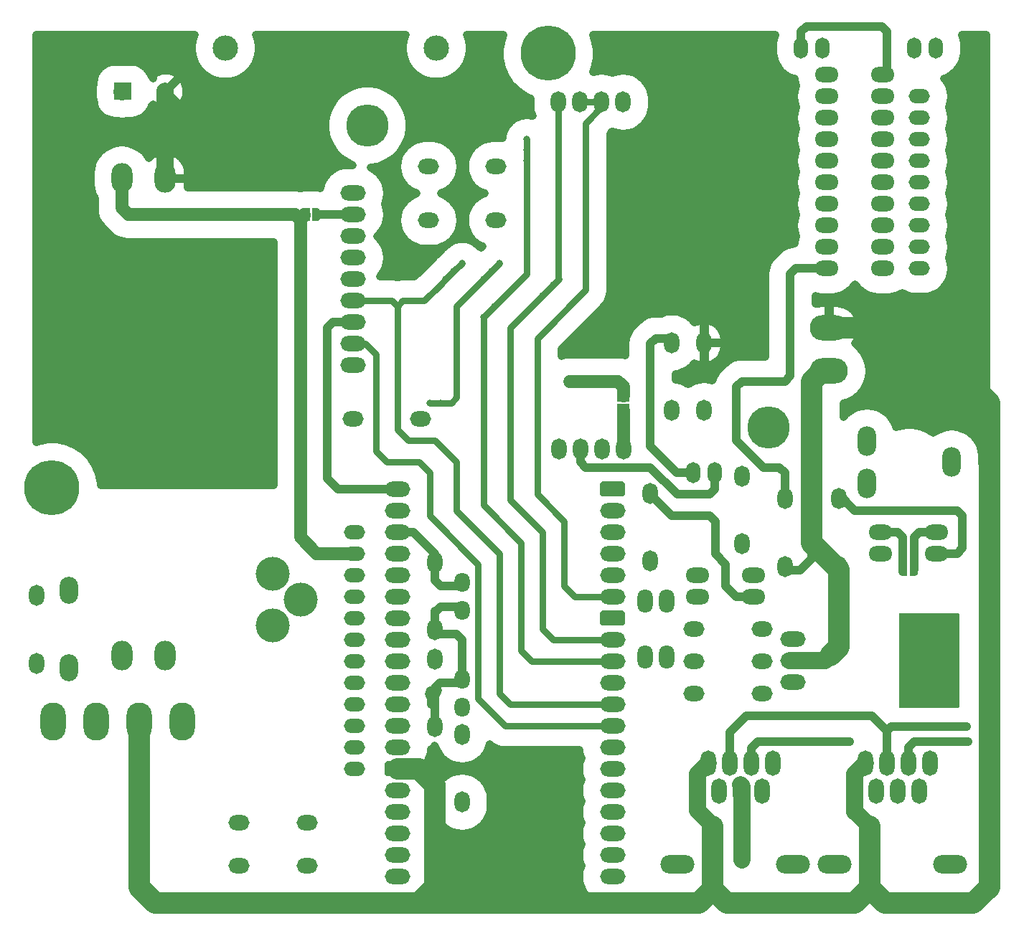
<source format=gbl>
G04 #@! TF.GenerationSoftware,KiCad,Pcbnew,5.1.5+dfsg1-2build2*
G04 #@! TF.CreationDate,2023-03-02T23:19:54+01:00*
G04 #@! TF.ProjectId,RSensHub,5253656e-7348-4756-922e-6b696361645f,rev?*
G04 #@! TF.SameCoordinates,Original*
G04 #@! TF.FileFunction,Copper,L2,Bot*
G04 #@! TF.FilePolarity,Positive*
%FSLAX46Y46*%
G04 Gerber Fmt 4.6, Leading zero omitted, Abs format (unit mm)*
G04 Created by KiCad (PCBNEW 5.1.5+dfsg1-2build2) date 2023-03-02 23:19:54*
%MOMM*%
%LPD*%
G04 APERTURE LIST*
%ADD10C,0.800000*%
%ADD11C,6.500000*%
%ADD12O,4.500000X3.000000*%
%ADD13O,4.000000X2.200000*%
%ADD14O,1.800000X3.000000*%
%ADD15O,2.500000X1.800000*%
%ADD16C,4.000000*%
%ADD17O,2.500000X3.500000*%
%ADD18O,1.800000X2.500000*%
%ADD19O,2.800000X1.800000*%
%ADD20O,1.800000X2.800000*%
%ADD21O,2.200000X3.500000*%
%ADD22C,0.150000*%
%ADD23C,5.000000*%
%ADD24O,3.000000X1.800000*%
%ADD25O,5.000000X5.000000*%
%ADD26O,2.500000X1.700000*%
%ADD27O,2.200000X3.200000*%
%ADD28O,1.700000X2.500000*%
%ADD29O,3.000000X4.500000*%
%ADD30O,1.800000X2.300000*%
%ADD31C,2.000000*%
%ADD32R,2.000000X2.000000*%
%ADD33O,3.000000X3.000000*%
%ADD34C,2.000000*%
%ADD35C,2.500000*%
%ADD36C,1.000000*%
%ADD37C,1.500000*%
%ADD38C,0.800000*%
%ADD39C,0.900000*%
G04 APERTURE END LIST*
D10*
X306948400Y-77927200D03*
X303107410Y-79518190D03*
X306289390Y-76336210D03*
X304698400Y-75677200D03*
X304698400Y-80177200D03*
X306289390Y-79518190D03*
X303107410Y-76336210D03*
X302448400Y-77927200D03*
D11*
X304698400Y-77927200D03*
D10*
X363220000Y-24420000D03*
X364810990Y-28260990D03*
X361629010Y-25079010D03*
X360970000Y-26670000D03*
X365470000Y-26670000D03*
X364810990Y-25079010D03*
X361629010Y-28260990D03*
X363220000Y-28920000D03*
D11*
X363220000Y-26670000D03*
D12*
X396355000Y-59055000D03*
X396355000Y-64135000D03*
D13*
X392165000Y-122428000D03*
X378471000Y-122428000D03*
D14*
X389763000Y-110490000D03*
X388493000Y-113780000D03*
X387223000Y-110490000D03*
X385953000Y-113780000D03*
X384683000Y-110490000D03*
X383413000Y-113780000D03*
X382143000Y-110490000D03*
X380873000Y-113780000D03*
D15*
X380484000Y-98425000D03*
X388484000Y-98425000D03*
X326780000Y-122555000D03*
X334780000Y-122555000D03*
D16*
X334010000Y-91186000D03*
X330708000Y-88138000D03*
X330708000Y-94234000D03*
D17*
X318008000Y-41402000D03*
X312928000Y-41402000D03*
X318008000Y-97790000D03*
X312928000Y-97790000D03*
D18*
X375285000Y-78605000D03*
X375285000Y-86605000D03*
D19*
X402455000Y-85725000D03*
X409075000Y-83185000D03*
X402455000Y-83185000D03*
X409075000Y-85725000D03*
X387485000Y-88265000D03*
X380865000Y-90805000D03*
X387485000Y-90805000D03*
X380865000Y-88265000D03*
D20*
X377190000Y-97925000D03*
X374650000Y-91305000D03*
X374650000Y-97925000D03*
X377190000Y-91305000D03*
D21*
X400845000Y-77430000D03*
X410845000Y-74930000D03*
X400845000Y-72430000D03*
D18*
X391160000Y-79240000D03*
X391160000Y-87240000D03*
X397510000Y-79240000D03*
X397510000Y-87240000D03*
D15*
X388484000Y-94615000D03*
X380484000Y-94615000D03*
X380484000Y-102235000D03*
X388484000Y-102235000D03*
D18*
X386080000Y-76590000D03*
X386080000Y-84590000D03*
G04 #@! TA.AperFunction,SMDPad,CuDef*
D22*
G36*
X411604738Y-92759485D02*
G01*
X411618542Y-92761532D01*
X411632078Y-92764923D01*
X411645218Y-92769624D01*
X411657833Y-92775591D01*
X411669802Y-92782765D01*
X411681011Y-92791078D01*
X411691351Y-92800449D01*
X411700722Y-92810789D01*
X411709035Y-92821998D01*
X411716209Y-92833967D01*
X411722176Y-92846582D01*
X411726877Y-92859722D01*
X411730268Y-92873258D01*
X411732315Y-92887062D01*
X411733000Y-92901000D01*
X411733000Y-103796600D01*
X411732315Y-103810538D01*
X411730268Y-103824342D01*
X411726877Y-103837878D01*
X411722176Y-103851018D01*
X411716209Y-103863633D01*
X411709035Y-103875602D01*
X411700722Y-103886811D01*
X411691351Y-103897151D01*
X411681011Y-103906522D01*
X411669802Y-103914835D01*
X411657833Y-103922009D01*
X411645218Y-103927976D01*
X411632078Y-103932677D01*
X411618542Y-103936068D01*
X411604738Y-103938115D01*
X411590800Y-103938800D01*
X404765200Y-103938800D01*
X404751262Y-103938115D01*
X404737458Y-103936068D01*
X404723922Y-103932677D01*
X404710782Y-103927976D01*
X404698167Y-103922009D01*
X404686198Y-103914835D01*
X404674989Y-103906522D01*
X404664649Y-103897151D01*
X404655278Y-103886811D01*
X404646965Y-103875602D01*
X404639791Y-103863633D01*
X404633824Y-103851018D01*
X404629123Y-103837878D01*
X404625732Y-103824342D01*
X404623685Y-103810538D01*
X404623000Y-103796600D01*
X404623000Y-92901000D01*
X404623685Y-92887062D01*
X404625732Y-92873258D01*
X404629123Y-92859722D01*
X404633824Y-92846582D01*
X404639791Y-92833967D01*
X404646965Y-92821998D01*
X404655278Y-92810789D01*
X404664649Y-92800449D01*
X404674989Y-92791078D01*
X404686198Y-92782765D01*
X404698167Y-92775591D01*
X404710782Y-92769624D01*
X404723922Y-92764923D01*
X404737458Y-92761532D01*
X404751262Y-92759485D01*
X404765200Y-92758800D01*
X411590800Y-92758800D01*
X411604738Y-92759485D01*
G37*
G04 #@! TD.AperFunction*
D23*
X408432000Y-98348800D03*
D24*
X392168000Y-100888800D03*
X392168000Y-98348800D03*
X392168000Y-95808800D03*
G04 #@! TA.AperFunction,SMDPad,CuDef*
D22*
G36*
X406400000Y-86880602D02*
G01*
X406424534Y-86880602D01*
X406473365Y-86885412D01*
X406521490Y-86894984D01*
X406568445Y-86909228D01*
X406613778Y-86928005D01*
X406657051Y-86951136D01*
X406697850Y-86978396D01*
X406735779Y-87009524D01*
X406770476Y-87044221D01*
X406801604Y-87082150D01*
X406828864Y-87122949D01*
X406851995Y-87166222D01*
X406870772Y-87211555D01*
X406885016Y-87258510D01*
X406894588Y-87306635D01*
X406899398Y-87355466D01*
X406899398Y-87380000D01*
X406900000Y-87380000D01*
X406900000Y-87880000D01*
X406899398Y-87880000D01*
X406899398Y-87904534D01*
X406894588Y-87953365D01*
X406885016Y-88001490D01*
X406870772Y-88048445D01*
X406851995Y-88093778D01*
X406828864Y-88137051D01*
X406801604Y-88177850D01*
X406770476Y-88215779D01*
X406735779Y-88250476D01*
X406697850Y-88281604D01*
X406657051Y-88308864D01*
X406613778Y-88331995D01*
X406568445Y-88350772D01*
X406521490Y-88365016D01*
X406473365Y-88374588D01*
X406424534Y-88379398D01*
X406400000Y-88379398D01*
X406400000Y-88380000D01*
X405900000Y-88380000D01*
X405900000Y-86880000D01*
X406400000Y-86880000D01*
X406400000Y-86880602D01*
G37*
G04 #@! TD.AperFunction*
G04 #@! TA.AperFunction,SMDPad,CuDef*
G36*
X405600000Y-88380000D02*
G01*
X405100000Y-88380000D01*
X405100000Y-88379398D01*
X405075466Y-88379398D01*
X405026635Y-88374588D01*
X404978510Y-88365016D01*
X404931555Y-88350772D01*
X404886222Y-88331995D01*
X404842949Y-88308864D01*
X404802150Y-88281604D01*
X404764221Y-88250476D01*
X404729524Y-88215779D01*
X404698396Y-88177850D01*
X404671136Y-88137051D01*
X404648005Y-88093778D01*
X404629228Y-88048445D01*
X404614984Y-88001490D01*
X404605412Y-87953365D01*
X404600602Y-87904534D01*
X404600602Y-87880000D01*
X404600000Y-87880000D01*
X404600000Y-87380000D01*
X404600602Y-87380000D01*
X404600602Y-87355466D01*
X404605412Y-87306635D01*
X404614984Y-87258510D01*
X404629228Y-87211555D01*
X404648005Y-87166222D01*
X404671136Y-87122949D01*
X404698396Y-87082150D01*
X404729524Y-87044221D01*
X404764221Y-87009524D01*
X404802150Y-86978396D01*
X404842949Y-86951136D01*
X404886222Y-86928005D01*
X404931555Y-86909228D01*
X404978510Y-86894984D01*
X405026635Y-86885412D01*
X405075466Y-86880602D01*
X405100000Y-86880602D01*
X405100000Y-86880000D01*
X405600000Y-86880000D01*
X405600000Y-88380000D01*
G37*
G04 #@! TD.AperFunction*
D25*
X389255000Y-70866000D03*
X341884000Y-35179000D03*
D24*
X340225000Y-63500000D03*
X340225000Y-60960000D03*
X340225000Y-58420000D03*
X340225000Y-55880000D03*
X340225000Y-53340000D03*
X340225000Y-50800000D03*
X340225000Y-48260000D03*
X340225000Y-45720000D03*
X340225000Y-43180000D03*
D18*
X349885000Y-94750000D03*
X349885000Y-86750000D03*
X349885000Y-106180000D03*
X349885000Y-98180000D03*
X367030000Y-73406000D03*
X369570000Y-73406000D03*
X364490000Y-73406000D03*
X372110000Y-73406000D03*
X364470000Y-32406000D03*
X367010000Y-32406000D03*
X369550000Y-32406000D03*
X372090000Y-32406000D03*
D24*
X370840000Y-90805000D03*
X370840000Y-108585000D03*
X370840000Y-88265000D03*
X370840000Y-83185000D03*
X370840000Y-85725000D03*
X370840000Y-113665000D03*
X370840000Y-118745000D03*
X370840000Y-111125000D03*
G04 #@! TA.AperFunction,ComponentPad*
D22*
G36*
X371934108Y-77207167D02*
G01*
X371977791Y-77213647D01*
X372020628Y-77224377D01*
X372062208Y-77239254D01*
X372102129Y-77258135D01*
X372140007Y-77280839D01*
X372175477Y-77307145D01*
X372208198Y-77336802D01*
X372237855Y-77369523D01*
X372264161Y-77404993D01*
X372286865Y-77442871D01*
X372305746Y-77482792D01*
X372320623Y-77524372D01*
X372331353Y-77567209D01*
X372337833Y-77610892D01*
X372340000Y-77655000D01*
X372340000Y-78555000D01*
X372337833Y-78599108D01*
X372331353Y-78642791D01*
X372320623Y-78685628D01*
X372305746Y-78727208D01*
X372286865Y-78767129D01*
X372264161Y-78805007D01*
X372237855Y-78840477D01*
X372208198Y-78873198D01*
X372175477Y-78902855D01*
X372140007Y-78929161D01*
X372102129Y-78951865D01*
X372062208Y-78970746D01*
X372020628Y-78985623D01*
X371977791Y-78996353D01*
X371934108Y-79002833D01*
X371890000Y-79005000D01*
X369790000Y-79005000D01*
X369745892Y-79002833D01*
X369702209Y-78996353D01*
X369659372Y-78985623D01*
X369617792Y-78970746D01*
X369577871Y-78951865D01*
X369539993Y-78929161D01*
X369504523Y-78902855D01*
X369471802Y-78873198D01*
X369442145Y-78840477D01*
X369415839Y-78805007D01*
X369393135Y-78767129D01*
X369374254Y-78727208D01*
X369359377Y-78685628D01*
X369348647Y-78642791D01*
X369342167Y-78599108D01*
X369340000Y-78555000D01*
X369340000Y-77655000D01*
X369342167Y-77610892D01*
X369348647Y-77567209D01*
X369359377Y-77524372D01*
X369374254Y-77482792D01*
X369393135Y-77442871D01*
X369415839Y-77404993D01*
X369442145Y-77369523D01*
X369471802Y-77336802D01*
X369504523Y-77307145D01*
X369539993Y-77280839D01*
X369577871Y-77258135D01*
X369617792Y-77239254D01*
X369659372Y-77224377D01*
X369702209Y-77213647D01*
X369745892Y-77207167D01*
X369790000Y-77205000D01*
X371890000Y-77205000D01*
X371934108Y-77207167D01*
G37*
G04 #@! TD.AperFunction*
D24*
X370840000Y-123825000D03*
X370840000Y-121285000D03*
X370840000Y-100965000D03*
X370840000Y-95885000D03*
X370840000Y-98425000D03*
X370840000Y-106045000D03*
X370840000Y-116205000D03*
X370840000Y-103505000D03*
G04 #@! TA.AperFunction,ComponentPad*
D22*
G36*
X371934108Y-92447167D02*
G01*
X371977791Y-92453647D01*
X372020628Y-92464377D01*
X372062208Y-92479254D01*
X372102129Y-92498135D01*
X372140007Y-92520839D01*
X372175477Y-92547145D01*
X372208198Y-92576802D01*
X372237855Y-92609523D01*
X372264161Y-92644993D01*
X372286865Y-92682871D01*
X372305746Y-92722792D01*
X372320623Y-92764372D01*
X372331353Y-92807209D01*
X372337833Y-92850892D01*
X372340000Y-92895000D01*
X372340000Y-93795000D01*
X372337833Y-93839108D01*
X372331353Y-93882791D01*
X372320623Y-93925628D01*
X372305746Y-93967208D01*
X372286865Y-94007129D01*
X372264161Y-94045007D01*
X372237855Y-94080477D01*
X372208198Y-94113198D01*
X372175477Y-94142855D01*
X372140007Y-94169161D01*
X372102129Y-94191865D01*
X372062208Y-94210746D01*
X372020628Y-94225623D01*
X371977791Y-94236353D01*
X371934108Y-94242833D01*
X371890000Y-94245000D01*
X369790000Y-94245000D01*
X369745892Y-94242833D01*
X369702209Y-94236353D01*
X369659372Y-94225623D01*
X369617792Y-94210746D01*
X369577871Y-94191865D01*
X369539993Y-94169161D01*
X369504523Y-94142855D01*
X369471802Y-94113198D01*
X369442145Y-94080477D01*
X369415839Y-94045007D01*
X369393135Y-94007129D01*
X369374254Y-93967208D01*
X369359377Y-93925628D01*
X369348647Y-93882791D01*
X369342167Y-93839108D01*
X369340000Y-93795000D01*
X369340000Y-92895000D01*
X369342167Y-92850892D01*
X369348647Y-92807209D01*
X369359377Y-92764372D01*
X369374254Y-92722792D01*
X369393135Y-92682871D01*
X369415839Y-92644993D01*
X369442145Y-92609523D01*
X369471802Y-92576802D01*
X369504523Y-92547145D01*
X369539993Y-92520839D01*
X369577871Y-92498135D01*
X369617792Y-92479254D01*
X369659372Y-92464377D01*
X369702209Y-92453647D01*
X369745892Y-92447167D01*
X369790000Y-92445000D01*
X371890000Y-92445000D01*
X371934108Y-92447167D01*
G37*
G04 #@! TD.AperFunction*
D24*
X370840000Y-80645000D03*
X345440000Y-90805000D03*
X345440000Y-80645000D03*
X345440000Y-93345000D03*
X345440000Y-95885000D03*
X345440000Y-98425000D03*
X345440000Y-78105000D03*
X345440000Y-83185000D03*
X345440000Y-85725000D03*
X345440000Y-88265000D03*
X345440000Y-121285000D03*
X345440000Y-123825000D03*
X345440000Y-116205000D03*
X345440000Y-118745000D03*
G04 #@! TA.AperFunction,ComponentPad*
D22*
G36*
X346534108Y-110227167D02*
G01*
X346577791Y-110233647D01*
X346620628Y-110244377D01*
X346662208Y-110259254D01*
X346702129Y-110278135D01*
X346740007Y-110300839D01*
X346775477Y-110327145D01*
X346808198Y-110356802D01*
X346837855Y-110389523D01*
X346864161Y-110424993D01*
X346886865Y-110462871D01*
X346905746Y-110502792D01*
X346920623Y-110544372D01*
X346931353Y-110587209D01*
X346937833Y-110630892D01*
X346940000Y-110675000D01*
X346940000Y-111575000D01*
X346937833Y-111619108D01*
X346931353Y-111662791D01*
X346920623Y-111705628D01*
X346905746Y-111747208D01*
X346886865Y-111787129D01*
X346864161Y-111825007D01*
X346837855Y-111860477D01*
X346808198Y-111893198D01*
X346775477Y-111922855D01*
X346740007Y-111949161D01*
X346702129Y-111971865D01*
X346662208Y-111990746D01*
X346620628Y-112005623D01*
X346577791Y-112016353D01*
X346534108Y-112022833D01*
X346490000Y-112025000D01*
X344390000Y-112025000D01*
X344345892Y-112022833D01*
X344302209Y-112016353D01*
X344259372Y-112005623D01*
X344217792Y-111990746D01*
X344177871Y-111971865D01*
X344139993Y-111949161D01*
X344104523Y-111922855D01*
X344071802Y-111893198D01*
X344042145Y-111860477D01*
X344015839Y-111825007D01*
X343993135Y-111787129D01*
X343974254Y-111747208D01*
X343959377Y-111705628D01*
X343948647Y-111662791D01*
X343942167Y-111619108D01*
X343940000Y-111575000D01*
X343940000Y-110675000D01*
X343942167Y-110630892D01*
X343948647Y-110587209D01*
X343959377Y-110544372D01*
X343974254Y-110502792D01*
X343993135Y-110462871D01*
X344015839Y-110424993D01*
X344042145Y-110389523D01*
X344071802Y-110356802D01*
X344104523Y-110327145D01*
X344139993Y-110300839D01*
X344177871Y-110278135D01*
X344217792Y-110259254D01*
X344259372Y-110244377D01*
X344302209Y-110233647D01*
X344345892Y-110227167D01*
X344390000Y-110225000D01*
X346490000Y-110225000D01*
X346534108Y-110227167D01*
G37*
G04 #@! TD.AperFunction*
D24*
X345440000Y-113665000D03*
X345440000Y-100965000D03*
X345440000Y-103505000D03*
X345440000Y-106045000D03*
X345440000Y-108585000D03*
D26*
X340360000Y-111125000D03*
X340360000Y-108585000D03*
X340360000Y-106045000D03*
X340360000Y-103505000D03*
X340360000Y-100965000D03*
X340360000Y-98425000D03*
X340360000Y-95885000D03*
X340360000Y-93345000D03*
X340360000Y-90805000D03*
X340360000Y-88265000D03*
X340360000Y-85725000D03*
X340360000Y-83185000D03*
D27*
X306705000Y-90035000D03*
X306705000Y-99195000D03*
D19*
X402725000Y-52070000D03*
X402725000Y-49530000D03*
X402725000Y-46990000D03*
X402725000Y-44450000D03*
X402725000Y-41910000D03*
X402725000Y-39370000D03*
X402725000Y-36830000D03*
X402725000Y-34290000D03*
X402725000Y-31750000D03*
X402725000Y-29210000D03*
X396105000Y-52070000D03*
X396105000Y-49530000D03*
X396105000Y-46990000D03*
X396105000Y-44450000D03*
X396105000Y-41910000D03*
X396105000Y-39370000D03*
X396105000Y-36830000D03*
X396105000Y-34290000D03*
X396105000Y-31750000D03*
X396105000Y-29210000D03*
D26*
X407035000Y-52070000D03*
X407035000Y-49530000D03*
X407035000Y-46990000D03*
X407035000Y-44450000D03*
X407035000Y-41910000D03*
X407035000Y-39370000D03*
X407035000Y-36830000D03*
X407035000Y-34290000D03*
X407035000Y-31750000D03*
D15*
X349115000Y-40005000D03*
X357115000Y-40005000D03*
X340225000Y-69850000D03*
X348225000Y-69850000D03*
D18*
X381635000Y-60825000D03*
X381635000Y-68825000D03*
X377825000Y-60825000D03*
X377825000Y-68825000D03*
D15*
X357115000Y-46355000D03*
X349115000Y-46355000D03*
D18*
X353060000Y-107070000D03*
X353060000Y-115070000D03*
D15*
X334780000Y-117475000D03*
X326780000Y-117475000D03*
D18*
X302895000Y-90670000D03*
X302895000Y-98670000D03*
D28*
X382905000Y-76200000D03*
X380365000Y-76200000D03*
X393065000Y-26035000D03*
X395605000Y-26035000D03*
X408940000Y-26035000D03*
X406400000Y-26035000D03*
G04 #@! TA.AperFunction,SMDPad,CuDef*
D22*
G36*
X334615000Y-46469398D02*
G01*
X334590466Y-46469398D01*
X334541635Y-46464588D01*
X334493510Y-46455016D01*
X334446555Y-46440772D01*
X334401222Y-46421995D01*
X334357949Y-46398864D01*
X334317150Y-46371604D01*
X334279221Y-46340476D01*
X334244524Y-46305779D01*
X334213396Y-46267850D01*
X334186136Y-46227051D01*
X334163005Y-46183778D01*
X334144228Y-46138445D01*
X334129984Y-46091490D01*
X334120412Y-46043365D01*
X334115602Y-45994534D01*
X334115602Y-45970000D01*
X334115000Y-45970000D01*
X334115000Y-45470000D01*
X334115602Y-45470000D01*
X334115602Y-45445466D01*
X334120412Y-45396635D01*
X334129984Y-45348510D01*
X334144228Y-45301555D01*
X334163005Y-45256222D01*
X334186136Y-45212949D01*
X334213396Y-45172150D01*
X334244524Y-45134221D01*
X334279221Y-45099524D01*
X334317150Y-45068396D01*
X334357949Y-45041136D01*
X334401222Y-45018005D01*
X334446555Y-44999228D01*
X334493510Y-44984984D01*
X334541635Y-44975412D01*
X334590466Y-44970602D01*
X334615000Y-44970602D01*
X334615000Y-44970000D01*
X335115000Y-44970000D01*
X335115000Y-46470000D01*
X334615000Y-46470000D01*
X334615000Y-46469398D01*
G37*
G04 #@! TD.AperFunction*
G04 #@! TA.AperFunction,SMDPad,CuDef*
G36*
X335415000Y-44970000D02*
G01*
X335915000Y-44970000D01*
X335915000Y-44970602D01*
X335939534Y-44970602D01*
X335988365Y-44975412D01*
X336036490Y-44984984D01*
X336083445Y-44999228D01*
X336128778Y-45018005D01*
X336172051Y-45041136D01*
X336212850Y-45068396D01*
X336250779Y-45099524D01*
X336285476Y-45134221D01*
X336316604Y-45172150D01*
X336343864Y-45212949D01*
X336366995Y-45256222D01*
X336385772Y-45301555D01*
X336400016Y-45348510D01*
X336409588Y-45396635D01*
X336414398Y-45445466D01*
X336414398Y-45470000D01*
X336415000Y-45470000D01*
X336415000Y-45970000D01*
X336414398Y-45970000D01*
X336414398Y-45994534D01*
X336409588Y-46043365D01*
X336400016Y-46091490D01*
X336385772Y-46138445D01*
X336366995Y-46183778D01*
X336343864Y-46227051D01*
X336316604Y-46267850D01*
X336285476Y-46305779D01*
X336250779Y-46340476D01*
X336212850Y-46371604D01*
X336172051Y-46398864D01*
X336128778Y-46421995D01*
X336083445Y-46440772D01*
X336036490Y-46455016D01*
X335988365Y-46464588D01*
X335939534Y-46469398D01*
X335915000Y-46469398D01*
X335915000Y-46470000D01*
X335415000Y-46470000D01*
X335415000Y-44970000D01*
G37*
G04 #@! TD.AperFunction*
G04 #@! TA.AperFunction,SMDPad,CuDef*
G36*
X372859398Y-68580000D02*
G01*
X372859398Y-68604534D01*
X372854588Y-68653365D01*
X372845016Y-68701490D01*
X372830772Y-68748445D01*
X372811995Y-68793778D01*
X372788864Y-68837051D01*
X372761604Y-68877850D01*
X372730476Y-68915779D01*
X372695779Y-68950476D01*
X372657850Y-68981604D01*
X372617051Y-69008864D01*
X372573778Y-69031995D01*
X372528445Y-69050772D01*
X372481490Y-69065016D01*
X372433365Y-69074588D01*
X372384534Y-69079398D01*
X372360000Y-69079398D01*
X372360000Y-69080000D01*
X371860000Y-69080000D01*
X371860000Y-69079398D01*
X371835466Y-69079398D01*
X371786635Y-69074588D01*
X371738510Y-69065016D01*
X371691555Y-69050772D01*
X371646222Y-69031995D01*
X371602949Y-69008864D01*
X371562150Y-68981604D01*
X371524221Y-68950476D01*
X371489524Y-68915779D01*
X371458396Y-68877850D01*
X371431136Y-68837051D01*
X371408005Y-68793778D01*
X371389228Y-68748445D01*
X371374984Y-68701490D01*
X371365412Y-68653365D01*
X371360602Y-68604534D01*
X371360602Y-68580000D01*
X371360000Y-68580000D01*
X371360000Y-68080000D01*
X372860000Y-68080000D01*
X372860000Y-68580000D01*
X372859398Y-68580000D01*
G37*
G04 #@! TD.AperFunction*
G04 #@! TA.AperFunction,SMDPad,CuDef*
G36*
X371360000Y-67780000D02*
G01*
X371360000Y-67280000D01*
X371360602Y-67280000D01*
X371360602Y-67255466D01*
X371365412Y-67206635D01*
X371374984Y-67158510D01*
X371389228Y-67111555D01*
X371408005Y-67066222D01*
X371431136Y-67022949D01*
X371458396Y-66982150D01*
X371489524Y-66944221D01*
X371524221Y-66909524D01*
X371562150Y-66878396D01*
X371602949Y-66851136D01*
X371646222Y-66828005D01*
X371691555Y-66809228D01*
X371738510Y-66794984D01*
X371786635Y-66785412D01*
X371835466Y-66780602D01*
X371860000Y-66780602D01*
X371860000Y-66780000D01*
X372360000Y-66780000D01*
X372360000Y-66780602D01*
X372384534Y-66780602D01*
X372433365Y-66785412D01*
X372481490Y-66794984D01*
X372528445Y-66809228D01*
X372573778Y-66828005D01*
X372617051Y-66851136D01*
X372657850Y-66878396D01*
X372695779Y-66909524D01*
X372730476Y-66944221D01*
X372761604Y-66982150D01*
X372788864Y-67022949D01*
X372811995Y-67066222D01*
X372830772Y-67111555D01*
X372845016Y-67158510D01*
X372854588Y-67206635D01*
X372859398Y-67255466D01*
X372859398Y-67280000D01*
X372860000Y-67280000D01*
X372860000Y-67780000D01*
X371360000Y-67780000D01*
G37*
G04 #@! TD.AperFunction*
D29*
X320040000Y-105525000D03*
X314960000Y-105525000D03*
X309880000Y-105525000D03*
X304800000Y-105525000D03*
D13*
X410707000Y-122428000D03*
X397013000Y-122428000D03*
D14*
X408305000Y-110490000D03*
X407035000Y-113780000D03*
X405765000Y-110490000D03*
X404495000Y-113780000D03*
X403225000Y-110490000D03*
X401955000Y-113780000D03*
X400685000Y-110490000D03*
X399415000Y-113780000D03*
D30*
X353060000Y-103905000D03*
X353060000Y-100605000D03*
X353060000Y-89135000D03*
X353060000Y-92435000D03*
D31*
X318055000Y-31115000D03*
D32*
X313055000Y-31115000D03*
D33*
X325120000Y-26035000D03*
X350012000Y-26035000D03*
D10*
X329565000Y-50165000D03*
X329565000Y-51435000D03*
X328295000Y-51435000D03*
X328295000Y-50165000D03*
X329565000Y-72390000D03*
X328295000Y-72390000D03*
X328295000Y-71120000D03*
X329565000Y-71120000D03*
X329565000Y-52705000D03*
X329565000Y-69850000D03*
X321310000Y-76835000D03*
X321310000Y-75565000D03*
X320040000Y-75565000D03*
X320040000Y-76835000D03*
X303530000Y-69850000D03*
X304800000Y-69850000D03*
X328295000Y-52705000D03*
X328295000Y-69850000D03*
X309880000Y-50165000D03*
X311150000Y-50165000D03*
X311150000Y-51435000D03*
X309880000Y-51435000D03*
X303530000Y-25400000D03*
X304800000Y-25400000D03*
X303530000Y-26670000D03*
X304800000Y-26670000D03*
X320040000Y-25400000D03*
X320040000Y-26670000D03*
X318770000Y-26670000D03*
X318770000Y-25400000D03*
X335915000Y-34290000D03*
X335915000Y-33020000D03*
X334645000Y-33020000D03*
X334645000Y-34290000D03*
X350520000Y-31750000D03*
X351790000Y-31750000D03*
X350520000Y-33020000D03*
X351790000Y-33020000D03*
X384810000Y-60325000D03*
X386080000Y-60325000D03*
X386080000Y-59055000D03*
X384810000Y-59055000D03*
X387350000Y-59055000D03*
X387350000Y-60325000D03*
X387350000Y-52705000D03*
X387350000Y-53975000D03*
X386080000Y-53975000D03*
X386080000Y-52705000D03*
X384810000Y-52705000D03*
X384810000Y-53975000D03*
X401955000Y-64135000D03*
X401955000Y-62865000D03*
X403225000Y-62865000D03*
X403225000Y-64135000D03*
X414655000Y-24765000D03*
X413385000Y-24765000D03*
X413385000Y-26035000D03*
X414655000Y-26035000D03*
X414655000Y-27305000D03*
X413385000Y-27305000D03*
X401955000Y-55880000D03*
X403225000Y-55880000D03*
X403225000Y-57150000D03*
X401955000Y-57150000D03*
X414020000Y-55880000D03*
X412750000Y-55880000D03*
X412750000Y-57150000D03*
X414020000Y-57150000D03*
X412750000Y-54610000D03*
X414020000Y-54610000D03*
X356870000Y-122555000D03*
X356870000Y-121285000D03*
X358140000Y-121285000D03*
X358140000Y-122555000D03*
X366395000Y-122555000D03*
X366395000Y-121285000D03*
X365125000Y-121285000D03*
X365125000Y-122555000D03*
X361315000Y-109220000D03*
X362585000Y-109220000D03*
X356235000Y-109220000D03*
X357505000Y-109220000D03*
X349885000Y-123190000D03*
X349885000Y-121920000D03*
X349885000Y-118110000D03*
X349885000Y-116840000D03*
X347980000Y-111125000D03*
X349250000Y-111125000D03*
X398780000Y-107950000D03*
X397510000Y-107950000D03*
X396240000Y-107950000D03*
X411480000Y-107950000D03*
X412750000Y-107950000D03*
X410210000Y-107950000D03*
X411353000Y-106172000D03*
X412623000Y-106172000D03*
X412623000Y-106172000D03*
X410083000Y-106172000D03*
X386080000Y-119380000D03*
X386080000Y-120650000D03*
X386080000Y-121920000D03*
X349250000Y-67945000D03*
X350520000Y-67945000D03*
X351790000Y-67945000D03*
X357505000Y-51435000D03*
X356552500Y-52387500D03*
X355600000Y-53340000D03*
X356870000Y-56515000D03*
X355600000Y-57785000D03*
X360680000Y-36830000D03*
X360680000Y-38100000D03*
X360680000Y-39370000D03*
X363855000Y-53975000D03*
X362585000Y-55245000D03*
X353060000Y-51435000D03*
X352107500Y-52387500D03*
X351155000Y-53340000D03*
X368300000Y-65405000D03*
X367030000Y-65405000D03*
X365760000Y-65405000D03*
D34*
X318008000Y-31162000D02*
X318055000Y-31115000D01*
X318008000Y-41402000D02*
X318008000Y-31162000D01*
D35*
X345440000Y-111125000D02*
X347980000Y-111125000D01*
X347980000Y-111125000D02*
X349885000Y-113030000D01*
X349885000Y-125095000D02*
X347980000Y-127000000D01*
X349885000Y-113030000D02*
X349885000Y-116840000D01*
D36*
X349885000Y-95250000D02*
X349885000Y-92710000D01*
X350560000Y-92035000D02*
X353060000Y-92035000D01*
X349885000Y-92710000D02*
X350560000Y-92035000D01*
X349885000Y-95250000D02*
X352425000Y-95250000D01*
X353060000Y-95885000D02*
X353060000Y-101005000D01*
X352425000Y-95250000D02*
X353060000Y-95885000D01*
X349885000Y-106680000D02*
X349885000Y-101600000D01*
X350480000Y-101005000D02*
X353060000Y-101005000D01*
X349885000Y-101600000D02*
X350480000Y-101005000D01*
D34*
X347980000Y-127000000D02*
X373380000Y-127000000D01*
D35*
X347980000Y-127000000D02*
X316865000Y-127000000D01*
X314960000Y-125095000D02*
X314960000Y-104775000D01*
X316865000Y-127000000D02*
X314960000Y-125095000D01*
X382653001Y-117915999D02*
X382653001Y-125346999D01*
X381000000Y-127000000D02*
X373380000Y-127000000D01*
X382653001Y-125346999D02*
X381000000Y-127000000D01*
X401195001Y-117915999D02*
X401195001Y-125219999D01*
X401195001Y-125219999D02*
X399415000Y-127000000D01*
X373380000Y-127000000D02*
X316865000Y-127000000D01*
X384306002Y-127000000D02*
X382653001Y-125346999D01*
X399415000Y-127000000D02*
X384306002Y-127000000D01*
D34*
X380873000Y-113030000D02*
X380873000Y-116078000D01*
X382653001Y-117858001D02*
X380873000Y-116078000D01*
X382653001Y-117915999D02*
X382653001Y-117858001D01*
X380873000Y-111760000D02*
X382143000Y-110490000D01*
X380873000Y-113030000D02*
X380873000Y-111760000D01*
X399415000Y-113030000D02*
X399415000Y-116205000D01*
X399484002Y-116205000D02*
X401195001Y-117915999D01*
X399415000Y-116205000D02*
X399484002Y-116205000D01*
X399415000Y-111760000D02*
X400685000Y-110490000D01*
X399415000Y-113030000D02*
X399415000Y-111760000D01*
D35*
X402975002Y-127000000D02*
X401195001Y-125219999D01*
X413385000Y-127000000D02*
X402975002Y-127000000D01*
X415290000Y-125095000D02*
X413385000Y-127000000D01*
X415290000Y-67945000D02*
X415290000Y-125095000D01*
X406400000Y-59055000D02*
X415290000Y-67945000D01*
X395605000Y-59055000D02*
X406400000Y-59055000D01*
D36*
X387262245Y-90805000D02*
X387985000Y-90805000D01*
X385445000Y-90805000D02*
X387262245Y-90805000D01*
X384175000Y-89535000D02*
X385445000Y-90805000D01*
X382965010Y-85785010D02*
X384175000Y-86995000D01*
X382965010Y-81975010D02*
X382965010Y-85785010D01*
X382270000Y-81280000D02*
X382965010Y-81975010D01*
X377825000Y-81280000D02*
X382270000Y-81280000D01*
X375285000Y-78740000D02*
X377825000Y-81280000D01*
X384175000Y-86995000D02*
X384175000Y-89535000D01*
X375285000Y-78105000D02*
X375285000Y-78740000D01*
X401955000Y-83185000D02*
X404495000Y-83185000D01*
X405100000Y-83790000D02*
X405100000Y-87630000D01*
X404495000Y-83185000D02*
X405100000Y-83790000D01*
D35*
X349885000Y-123190000D02*
X349885000Y-125095000D01*
X349885000Y-121920000D02*
X349885000Y-123190000D01*
X349885000Y-118110000D02*
X349885000Y-121920000D01*
X349885000Y-116840000D02*
X349885000Y-118110000D01*
D36*
X387223000Y-110490000D02*
X387223000Y-109728000D01*
X398780000Y-107950000D02*
X398780000Y-107950000D01*
X397510000Y-107950000D02*
X398780000Y-107950000D01*
X396240000Y-107950000D02*
X397510000Y-107950000D01*
X392430000Y-107950000D02*
X387985000Y-107950000D01*
X387223000Y-110490000D02*
X387223000Y-108712000D01*
X387223000Y-108712000D02*
X387985000Y-107950000D01*
X392430000Y-107950000D02*
X398780000Y-107950000D01*
X406400000Y-107950000D02*
X410210000Y-107950000D01*
X410845000Y-107950000D02*
X411480000Y-107950000D01*
X411480000Y-107950000D02*
X411480000Y-107950000D01*
X410845000Y-107950000D02*
X412750000Y-107950000D01*
X412750000Y-107950000D02*
X412750000Y-107950000D01*
X410210000Y-107950000D02*
X410845000Y-107950000D01*
X382905000Y-78105000D02*
X382905000Y-76200000D01*
X382270000Y-78740000D02*
X382905000Y-78105000D01*
X378460000Y-78740000D02*
X382270000Y-78740000D01*
X375285000Y-75565000D02*
X378460000Y-78740000D01*
X367665000Y-75565000D02*
X375285000Y-75565000D01*
X367030000Y-74930000D02*
X367665000Y-75565000D01*
X367030000Y-73406000D02*
X367030000Y-74930000D01*
X405765000Y-110490000D02*
X405765000Y-108585000D01*
X405765000Y-108585000D02*
X406400000Y-107950000D01*
X384683000Y-110490000D02*
X384683000Y-109728000D01*
X403225000Y-110490000D02*
X403225000Y-109855000D01*
X403225000Y-110490000D02*
X403225000Y-106680000D01*
X401447000Y-104902000D02*
X403225000Y-106680000D01*
X386588000Y-104902000D02*
X401447000Y-104902000D01*
X384683000Y-106807000D02*
X386588000Y-104902000D01*
X384683000Y-110490000D02*
X384683000Y-106807000D01*
X411353000Y-106172000D02*
X411353000Y-106172000D01*
X411353000Y-106172000D02*
X412623000Y-106172000D01*
X412623000Y-106172000D02*
X412623000Y-106172000D01*
X412623000Y-106172000D02*
X412623000Y-106172000D01*
X410083000Y-106172000D02*
X411353000Y-106172000D01*
X403733000Y-106172000D02*
X403225000Y-106680000D01*
X410083000Y-106172000D02*
X403733000Y-106172000D01*
D37*
X372110000Y-73406000D02*
X372110000Y-68830000D01*
D38*
X369550000Y-33040000D02*
X369550000Y-32406000D01*
X367665000Y-34925000D02*
X369550000Y-33040000D01*
X361950000Y-60325000D02*
X367665000Y-54610000D01*
X365125000Y-81915000D02*
X361950000Y-78740000D01*
X367665000Y-54610000D02*
X367665000Y-34925000D01*
X365125000Y-89535000D02*
X365125000Y-81915000D01*
X366395000Y-90805000D02*
X365125000Y-89535000D01*
X361950000Y-78740000D02*
X361950000Y-60325000D01*
X370840000Y-90805000D02*
X366395000Y-90805000D01*
X369550000Y-32406000D02*
X367010000Y-32406000D01*
D36*
X345440000Y-78105000D02*
X338455000Y-78105000D01*
X338455000Y-78105000D02*
X337185000Y-76835000D01*
X337185000Y-76835000D02*
X337185000Y-59055000D01*
X337820000Y-58420000D02*
X339725000Y-58420000D01*
X337185000Y-59055000D02*
X337820000Y-58420000D01*
X345440000Y-83185000D02*
X347345000Y-83185000D01*
X347345000Y-83185000D02*
X349885000Y-85725000D01*
X349885000Y-85725000D02*
X349885000Y-86250000D01*
X349885000Y-86250000D02*
X349885000Y-88900000D01*
X350520000Y-89535000D02*
X353060000Y-89535000D01*
X349885000Y-88900000D02*
X350520000Y-89535000D01*
D34*
X386080000Y-119380000D02*
X386080000Y-120650000D01*
X386080000Y-119380000D02*
X386080000Y-119380000D01*
X386080000Y-120650000D02*
X386080000Y-121920000D01*
X386080000Y-113157000D02*
X385953000Y-113030000D01*
X386080000Y-119380000D02*
X386080000Y-113157000D01*
D36*
X339725000Y-45720000D02*
X335915000Y-45720000D01*
D38*
X354965000Y-102870000D02*
X358140000Y-106045000D01*
X349250000Y-76200000D02*
X349250000Y-81280000D01*
X354965000Y-86995000D02*
X354965000Y-102870000D01*
X347980000Y-74930000D02*
X349250000Y-76200000D01*
X349250000Y-81280000D02*
X354965000Y-86995000D01*
X344170000Y-74930000D02*
X347980000Y-74930000D01*
X342900000Y-73660000D02*
X344170000Y-74930000D01*
X341630000Y-60960000D02*
X342900000Y-62230000D01*
X358140000Y-106045000D02*
X370840000Y-106045000D01*
X342900000Y-62230000D02*
X342900000Y-73660000D01*
X339725000Y-60960000D02*
X341630000Y-60960000D01*
X349250000Y-67945000D02*
X351790000Y-67945000D01*
X351790000Y-67945000D02*
X352425000Y-67310000D01*
X352425000Y-67310000D02*
X352425000Y-56515000D01*
X352425000Y-56515000D02*
X355600000Y-53340000D01*
X357505000Y-51435000D02*
X357505000Y-51435000D01*
X356552500Y-52387500D02*
X357505000Y-51435000D01*
X355600000Y-53340000D02*
X356552500Y-52387500D01*
X370840000Y-98425000D02*
X361315000Y-98425000D01*
X361315000Y-98425000D02*
X360045000Y-97155000D01*
X360045000Y-84455000D02*
X355600000Y-80010000D01*
X360045000Y-97155000D02*
X360045000Y-84455000D01*
X355600000Y-57785000D02*
X360680000Y-52705000D01*
X355600000Y-80010000D02*
X355600000Y-57785000D01*
X360680000Y-52705000D02*
X360680000Y-39370000D01*
X360680000Y-36830000D02*
X360680000Y-36830000D01*
X360680000Y-38100000D02*
X360680000Y-36830000D01*
X360680000Y-39370000D02*
X360680000Y-38100000D01*
X363855000Y-95885000D02*
X370840000Y-95885000D01*
X362585000Y-94615000D02*
X363855000Y-95885000D01*
X362585000Y-83185000D02*
X362585000Y-94615000D01*
X358775000Y-79375000D02*
X362585000Y-83185000D01*
X358775000Y-59055000D02*
X358775000Y-79375000D01*
X364490000Y-53340000D02*
X358775000Y-59055000D01*
X364470000Y-53320000D02*
X364470000Y-32406000D01*
X364490000Y-53340000D02*
X364470000Y-53320000D01*
X339725000Y-55880000D02*
X342900000Y-55880000D01*
X344805000Y-55880000D02*
X342900000Y-55880000D01*
X345440000Y-56515000D02*
X344805000Y-55880000D01*
X345440000Y-60325000D02*
X345440000Y-56515000D01*
X345440000Y-71120000D02*
X345440000Y-60325000D01*
X346710000Y-72390000D02*
X345440000Y-71120000D01*
X349885000Y-72390000D02*
X346710000Y-72390000D01*
X352425000Y-74930000D02*
X349885000Y-72390000D01*
X357505000Y-85725000D02*
X352425000Y-80645000D01*
X352425000Y-80645000D02*
X352425000Y-74930000D01*
X357505000Y-102235000D02*
X357505000Y-85725000D01*
X358775000Y-103505000D02*
X357505000Y-102235000D01*
X370840000Y-103505000D02*
X358775000Y-103505000D01*
X345440000Y-56515000D02*
X346075000Y-55880000D01*
X346075000Y-55880000D02*
X348615000Y-55880000D01*
X348615000Y-55880000D02*
X350520000Y-53975000D01*
X350520000Y-53975000D02*
X351155000Y-53340000D01*
X353060000Y-51435000D02*
X353060000Y-51435000D01*
X352107500Y-52387500D02*
X353060000Y-51435000D01*
X351155000Y-53340000D02*
X352107500Y-52387500D01*
D34*
X312928000Y-31242000D02*
X313055000Y-31115000D01*
D37*
X335915000Y-85725000D02*
X334010000Y-83820000D01*
X334464990Y-45870010D02*
X334464990Y-45720000D01*
X334010000Y-46325000D02*
X334464990Y-45870010D01*
X340360000Y-85725000D02*
X335915000Y-85725000D01*
X334010000Y-46325000D02*
X333980000Y-46325000D01*
X333980000Y-46325000D02*
X333375000Y-45720000D01*
X312928000Y-44958000D02*
X312928000Y-41402000D01*
X313690000Y-45720000D02*
X312928000Y-44958000D01*
X333375000Y-45720000D02*
X313690000Y-45720000D01*
X334010000Y-83820000D02*
X334010000Y-47625000D01*
X334010000Y-47625000D02*
X334010000Y-46325000D01*
X365760000Y-65405000D02*
X371475000Y-65405000D01*
X372110000Y-66040000D02*
X372110000Y-67129990D01*
X371475000Y-65405000D02*
X372110000Y-66040000D01*
D36*
X378432500Y-76200000D02*
X380365000Y-76200000D01*
X375920000Y-60325000D02*
X375285000Y-60960000D01*
X375285000Y-73052500D02*
X378432500Y-76200000D01*
X375285000Y-60960000D02*
X375285000Y-73052500D01*
X375920000Y-60325000D02*
X377825000Y-60325000D01*
X393065000Y-26035000D02*
X393065000Y-24130000D01*
X393065000Y-24130000D02*
X393700000Y-23495000D01*
X393700000Y-23495000D02*
X402590000Y-23495000D01*
X402590000Y-23495000D02*
X403225000Y-24130000D01*
X403225000Y-24130000D02*
X403225000Y-29210000D01*
X391160000Y-65405000D02*
X391795000Y-64770000D01*
X391795000Y-64770000D02*
X391795000Y-52705000D01*
X385445000Y-66040000D02*
X386080000Y-65405000D01*
X392430000Y-52070000D02*
X395605000Y-52070000D01*
X386080000Y-65405000D02*
X391160000Y-65405000D01*
X385445000Y-72390000D02*
X385445000Y-66040000D01*
X391795000Y-52705000D02*
X392430000Y-52070000D01*
X385445000Y-72390000D02*
X388620000Y-75565000D01*
X388620000Y-75565000D02*
X390525000Y-75565000D01*
X390525000Y-75565000D02*
X391160000Y-76200000D01*
X391160000Y-76200000D02*
X391160000Y-78740000D01*
X406400000Y-87630000D02*
X406400000Y-83820000D01*
X407035000Y-83185000D02*
X409575000Y-83185000D01*
X406400000Y-83820000D02*
X407035000Y-83185000D01*
D35*
X394335000Y-65405000D02*
X395605000Y-64135000D01*
D34*
X395935200Y-98348800D02*
X396494000Y-97790000D01*
X391668000Y-98348800D02*
X395935200Y-98348800D01*
D35*
X397510000Y-96774000D02*
X396494000Y-97790000D01*
X397510000Y-87740000D02*
X397510000Y-96774000D01*
X397510000Y-87740000D02*
X397510000Y-87630000D01*
X394335000Y-84455000D02*
X394335000Y-65405000D01*
X397510000Y-87630000D02*
X394335000Y-84455000D01*
D36*
X394335000Y-84455000D02*
X394335000Y-86360000D01*
X392955000Y-87740000D02*
X391160000Y-87740000D01*
X394335000Y-86360000D02*
X392955000Y-87740000D01*
X412115000Y-81280000D02*
X412115000Y-85090000D01*
X411480000Y-85725000D02*
X409575000Y-85725000D01*
X411480000Y-80645000D02*
X412115000Y-81280000D01*
X399415000Y-80645000D02*
X411480000Y-80645000D01*
X412115000Y-85090000D02*
X411480000Y-85725000D01*
X397510000Y-78740000D02*
X399415000Y-80645000D01*
D39*
G36*
X356548964Y-108426154D02*
G01*
X356877592Y-108601809D01*
X357044075Y-108690796D01*
X357581302Y-108853762D01*
X358139999Y-108908789D01*
X358280001Y-108895000D01*
X366904323Y-108895000D01*
X366938472Y-109241715D01*
X367124510Y-109855000D01*
X366938472Y-110468285D01*
X366873791Y-111125000D01*
X366938472Y-111781715D01*
X367124510Y-112395000D01*
X366938472Y-113008285D01*
X366873791Y-113665000D01*
X366938472Y-114321715D01*
X367124510Y-114935000D01*
X366938472Y-115548285D01*
X366873791Y-116205000D01*
X366938472Y-116861715D01*
X367124510Y-117475000D01*
X366938472Y-118088285D01*
X366873791Y-118745000D01*
X366938472Y-119401715D01*
X367124510Y-120015000D01*
X366938472Y-120628285D01*
X366873791Y-121285000D01*
X366938472Y-121941715D01*
X367124510Y-122555000D01*
X366938472Y-123168285D01*
X366873791Y-123825000D01*
X366938472Y-124481715D01*
X367130028Y-125113192D01*
X367441100Y-125695166D01*
X367859731Y-126205269D01*
X368249324Y-126525000D01*
X348030676Y-126525000D01*
X348420269Y-126205269D01*
X348838900Y-125695166D01*
X349149972Y-125113192D01*
X349341528Y-124481715D01*
X349406209Y-123825000D01*
X349341528Y-123168285D01*
X349155490Y-122555000D01*
X349341528Y-121941715D01*
X349406209Y-121285000D01*
X349341528Y-120628285D01*
X349155490Y-120015000D01*
X349341528Y-119401715D01*
X349406209Y-118745000D01*
X349341528Y-118088285D01*
X349155490Y-117475000D01*
X349341528Y-116861715D01*
X349406209Y-116205000D01*
X349341528Y-115548285D01*
X349155490Y-114935000D01*
X349270631Y-114555429D01*
X349710000Y-114555429D01*
X349710000Y-115584572D01*
X349758472Y-116076715D01*
X349950028Y-116708192D01*
X350261100Y-117290166D01*
X350679731Y-117800269D01*
X351189835Y-118218900D01*
X351771809Y-118529972D01*
X352403286Y-118721528D01*
X353060000Y-118786209D01*
X353716715Y-118721528D01*
X354348192Y-118529972D01*
X354930166Y-118218900D01*
X355440269Y-117800269D01*
X355858900Y-117290166D01*
X356169972Y-116708191D01*
X356361528Y-116076714D01*
X356410000Y-115584571D01*
X356410000Y-114555428D01*
X356361528Y-114063285D01*
X356169972Y-113431808D01*
X355858900Y-112849834D01*
X355440269Y-112339731D01*
X354930165Y-111921100D01*
X354348191Y-111610028D01*
X353716714Y-111418472D01*
X353060000Y-111353791D01*
X352403285Y-111418472D01*
X351771808Y-111610028D01*
X351189834Y-111921100D01*
X350679731Y-112339731D01*
X350261100Y-112849835D01*
X349950028Y-113431809D01*
X349758472Y-114063286D01*
X349710000Y-114555429D01*
X349270631Y-114555429D01*
X349341528Y-114321715D01*
X349406209Y-113665000D01*
X349341528Y-113008285D01*
X349149972Y-112376808D01*
X348838900Y-111794834D01*
X348420269Y-111284731D01*
X348225636Y-111125000D01*
X348420269Y-110965269D01*
X348838900Y-110455166D01*
X349149972Y-109873192D01*
X349341528Y-109241715D01*
X349383174Y-108818882D01*
X349468078Y-108842720D01*
X349835000Y-108516871D01*
X349835000Y-108328995D01*
X349950028Y-108708192D01*
X350261100Y-109290166D01*
X350679731Y-109800269D01*
X351189835Y-110218900D01*
X351771809Y-110529972D01*
X352403286Y-110721528D01*
X353060000Y-110786209D01*
X353716715Y-110721528D01*
X354348192Y-110529972D01*
X354930166Y-110218900D01*
X355440269Y-109800269D01*
X355858900Y-109290166D01*
X356169972Y-108708191D01*
X356314017Y-108233338D01*
X356548964Y-108426154D01*
G37*
X356548964Y-108426154D02*
X356877592Y-108601809D01*
X357044075Y-108690796D01*
X357581302Y-108853762D01*
X358139999Y-108908789D01*
X358280001Y-108895000D01*
X366904323Y-108895000D01*
X366938472Y-109241715D01*
X367124510Y-109855000D01*
X366938472Y-110468285D01*
X366873791Y-111125000D01*
X366938472Y-111781715D01*
X367124510Y-112395000D01*
X366938472Y-113008285D01*
X366873791Y-113665000D01*
X366938472Y-114321715D01*
X367124510Y-114935000D01*
X366938472Y-115548285D01*
X366873791Y-116205000D01*
X366938472Y-116861715D01*
X367124510Y-117475000D01*
X366938472Y-118088285D01*
X366873791Y-118745000D01*
X366938472Y-119401715D01*
X367124510Y-120015000D01*
X366938472Y-120628285D01*
X366873791Y-121285000D01*
X366938472Y-121941715D01*
X367124510Y-122555000D01*
X366938472Y-123168285D01*
X366873791Y-123825000D01*
X366938472Y-124481715D01*
X367130028Y-125113192D01*
X367441100Y-125695166D01*
X367859731Y-126205269D01*
X368249324Y-126525000D01*
X348030676Y-126525000D01*
X348420269Y-126205269D01*
X348838900Y-125695166D01*
X349149972Y-125113192D01*
X349341528Y-124481715D01*
X349406209Y-123825000D01*
X349341528Y-123168285D01*
X349155490Y-122555000D01*
X349341528Y-121941715D01*
X349406209Y-121285000D01*
X349341528Y-120628285D01*
X349155490Y-120015000D01*
X349341528Y-119401715D01*
X349406209Y-118745000D01*
X349341528Y-118088285D01*
X349155490Y-117475000D01*
X349341528Y-116861715D01*
X349406209Y-116205000D01*
X349341528Y-115548285D01*
X349155490Y-114935000D01*
X349270631Y-114555429D01*
X349710000Y-114555429D01*
X349710000Y-115584572D01*
X349758472Y-116076715D01*
X349950028Y-116708192D01*
X350261100Y-117290166D01*
X350679731Y-117800269D01*
X351189835Y-118218900D01*
X351771809Y-118529972D01*
X352403286Y-118721528D01*
X353060000Y-118786209D01*
X353716715Y-118721528D01*
X354348192Y-118529972D01*
X354930166Y-118218900D01*
X355440269Y-117800269D01*
X355858900Y-117290166D01*
X356169972Y-116708191D01*
X356361528Y-116076714D01*
X356410000Y-115584571D01*
X356410000Y-114555428D01*
X356361528Y-114063285D01*
X356169972Y-113431808D01*
X355858900Y-112849834D01*
X355440269Y-112339731D01*
X354930165Y-111921100D01*
X354348191Y-111610028D01*
X353716714Y-111418472D01*
X353060000Y-111353791D01*
X352403285Y-111418472D01*
X351771808Y-111610028D01*
X351189834Y-111921100D01*
X350679731Y-112339731D01*
X350261100Y-112849835D01*
X349950028Y-113431809D01*
X349758472Y-114063286D01*
X349710000Y-114555429D01*
X349270631Y-114555429D01*
X349341528Y-114321715D01*
X349406209Y-113665000D01*
X349341528Y-113008285D01*
X349149972Y-112376808D01*
X348838900Y-111794834D01*
X348420269Y-111284731D01*
X348225636Y-111125000D01*
X348420269Y-110965269D01*
X348838900Y-110455166D01*
X349149972Y-109873192D01*
X349341528Y-109241715D01*
X349383174Y-108818882D01*
X349468078Y-108842720D01*
X349835000Y-108516871D01*
X349835000Y-108328995D01*
X349950028Y-108708192D01*
X350261100Y-109290166D01*
X350679731Y-109800269D01*
X351189835Y-110218900D01*
X351771809Y-110529972D01*
X352403286Y-110721528D01*
X353060000Y-110786209D01*
X353716715Y-110721528D01*
X354348192Y-110529972D01*
X354930166Y-110218900D01*
X355440269Y-109800269D01*
X355858900Y-109290166D01*
X356169972Y-108708191D01*
X356314017Y-108233338D01*
X356548964Y-108426154D01*
G36*
X349885000Y-101896209D02*
G01*
X350219161Y-101863297D01*
X349950028Y-102366809D01*
X349758472Y-102998286D01*
X349710000Y-103490429D01*
X349710000Y-103732121D01*
X349468078Y-103517280D01*
X349403206Y-103535494D01*
X349406209Y-103505000D01*
X349341528Y-102848285D01*
X349155490Y-102235000D01*
X349276443Y-101836271D01*
X349885000Y-101896209D01*
G37*
X349885000Y-101896209D02*
X350219161Y-101863297D01*
X349950028Y-102366809D01*
X349758472Y-102998286D01*
X349710000Y-103490429D01*
X349710000Y-103732121D01*
X349468078Y-103517280D01*
X349403206Y-103535494D01*
X349406209Y-103505000D01*
X349341528Y-102848285D01*
X349155490Y-102235000D01*
X349276443Y-101836271D01*
X349885000Y-101896209D01*
G36*
X349834998Y-92409948D02*
G01*
X349834998Y-92413127D01*
X349829560Y-92408298D01*
X349834998Y-92409948D01*
G37*
X349834998Y-92409948D02*
X349834998Y-92413127D01*
X349829560Y-92408298D01*
X349834998Y-92409948D01*
G36*
X321321797Y-24882828D02*
G01*
X321170000Y-25645959D01*
X321170000Y-26424041D01*
X321321797Y-27187172D01*
X321619556Y-27906026D01*
X322051835Y-28552978D01*
X322602022Y-29103165D01*
X323248974Y-29535444D01*
X323967828Y-29833203D01*
X324730959Y-29985000D01*
X325509041Y-29985000D01*
X326272172Y-29833203D01*
X326991026Y-29535444D01*
X327637978Y-29103165D01*
X328188165Y-28552978D01*
X328620444Y-27906026D01*
X328918203Y-27187172D01*
X329070000Y-26424041D01*
X329070000Y-25645959D01*
X328918203Y-24882828D01*
X328749275Y-24475000D01*
X346382725Y-24475000D01*
X346213797Y-24882828D01*
X346062000Y-25645959D01*
X346062000Y-26424041D01*
X346213797Y-27187172D01*
X346511556Y-27906026D01*
X346943835Y-28552978D01*
X347494022Y-29103165D01*
X348140974Y-29535444D01*
X348859828Y-29833203D01*
X349622959Y-29985000D01*
X350401041Y-29985000D01*
X351164172Y-29833203D01*
X351883026Y-29535444D01*
X352529978Y-29103165D01*
X353080165Y-28552978D01*
X353512444Y-27906026D01*
X353810203Y-27187172D01*
X353962000Y-26424041D01*
X353962000Y-25645959D01*
X353810203Y-24882828D01*
X353641275Y-24475000D01*
X357959563Y-24475000D01*
X357739048Y-25007371D01*
X357520000Y-26108599D01*
X357520000Y-27231401D01*
X357739048Y-28332629D01*
X358168725Y-29369963D01*
X358792521Y-30303538D01*
X359586462Y-31097479D01*
X360520037Y-31721275D01*
X361120000Y-31969787D01*
X361120000Y-32920571D01*
X361168472Y-33412714D01*
X361360028Y-34044191D01*
X361368865Y-34060724D01*
X361238698Y-34021238D01*
X361098696Y-34007449D01*
X360960701Y-33980000D01*
X360820002Y-33980000D01*
X360680000Y-33966211D01*
X360539998Y-33980000D01*
X360399299Y-33980000D01*
X360261304Y-34007449D01*
X360121302Y-34021238D01*
X359986679Y-34062075D01*
X359848686Y-34089524D01*
X359718700Y-34143366D01*
X359584075Y-34184204D01*
X359460002Y-34250522D01*
X359330019Y-34304363D01*
X359213037Y-34382528D01*
X359088964Y-34448846D01*
X358980215Y-34538094D01*
X358863231Y-34616260D01*
X358763744Y-34715747D01*
X358654995Y-34804995D01*
X358565747Y-34913744D01*
X358466260Y-35013231D01*
X358388094Y-35130215D01*
X358298846Y-35238964D01*
X358232528Y-35363037D01*
X358154363Y-35480019D01*
X358100522Y-35610002D01*
X358034204Y-35734075D01*
X357993366Y-35868700D01*
X357939524Y-35998686D01*
X357912075Y-36136679D01*
X357871238Y-36271302D01*
X357857449Y-36411304D01*
X357830000Y-36549299D01*
X357830000Y-36674740D01*
X357629572Y-36655000D01*
X356600428Y-36655000D01*
X356108285Y-36703472D01*
X355476808Y-36895028D01*
X354894834Y-37206100D01*
X354384731Y-37624731D01*
X353966100Y-38134834D01*
X353655028Y-38716808D01*
X353463472Y-39348285D01*
X353398791Y-40005000D01*
X353463472Y-40661715D01*
X353655028Y-41293192D01*
X353966100Y-41875166D01*
X354384731Y-42385269D01*
X354894834Y-42803900D01*
X355476808Y-43114972D01*
X355691177Y-43180000D01*
X355476808Y-43245028D01*
X354894834Y-43556100D01*
X354384731Y-43974731D01*
X353966100Y-44484834D01*
X353655028Y-45066808D01*
X353463472Y-45698285D01*
X353398791Y-46355000D01*
X353463472Y-47011715D01*
X353655028Y-47643192D01*
X353966100Y-48225166D01*
X354384731Y-48735269D01*
X354894834Y-49153900D01*
X355447662Y-49449393D01*
X355390747Y-49518744D01*
X355291260Y-49618231D01*
X355291257Y-49618235D01*
X355280758Y-49628734D01*
X355273740Y-49618231D01*
X355174253Y-49518744D01*
X355085005Y-49409995D01*
X354976256Y-49320747D01*
X354876769Y-49221260D01*
X354759785Y-49143094D01*
X354651036Y-49053846D01*
X354526963Y-48987528D01*
X354409981Y-48909363D01*
X354279998Y-48855522D01*
X354155925Y-48789204D01*
X354021300Y-48748366D01*
X353891314Y-48694524D01*
X353753321Y-48667075D01*
X353618698Y-48626238D01*
X353478696Y-48612449D01*
X353340701Y-48585000D01*
X353200001Y-48585000D01*
X353059999Y-48571211D01*
X352919997Y-48585000D01*
X352779299Y-48585000D01*
X352641305Y-48612449D01*
X352501301Y-48626238D01*
X352399872Y-48657006D01*
X352366679Y-48667075D01*
X352228686Y-48694524D01*
X352098700Y-48748366D01*
X351964075Y-48789204D01*
X351840002Y-48855522D01*
X351710019Y-48909363D01*
X351593037Y-48987528D01*
X351468964Y-49053846D01*
X351360215Y-49143094D01*
X351243231Y-49221260D01*
X351143744Y-49320747D01*
X351034995Y-49409995D01*
X350945747Y-49518744D01*
X350846260Y-49618231D01*
X350846257Y-49618235D01*
X350290736Y-50173756D01*
X350290731Y-50173760D01*
X349893760Y-50570731D01*
X349893757Y-50570735D01*
X349338236Y-51126256D01*
X349338231Y-51126260D01*
X348941260Y-51523231D01*
X348941256Y-51523237D01*
X347434493Y-53030000D01*
X346215002Y-53030000D01*
X346075000Y-53016211D01*
X345934998Y-53030000D01*
X345516302Y-53071238D01*
X345440000Y-53094384D01*
X345363698Y-53071238D01*
X344945002Y-53030000D01*
X344805000Y-53016211D01*
X344664998Y-53030000D01*
X343328592Y-53030000D01*
X343623900Y-52670166D01*
X343934972Y-52088192D01*
X344126528Y-51456715D01*
X344191209Y-50800000D01*
X344126528Y-50143285D01*
X343934972Y-49511808D01*
X343623900Y-48929834D01*
X343205269Y-48419731D01*
X343010636Y-48260000D01*
X343205269Y-48100269D01*
X343623900Y-47590166D01*
X343934972Y-47008192D01*
X344126528Y-46376715D01*
X344191209Y-45720000D01*
X344126528Y-45063285D01*
X343940490Y-44450000D01*
X344126528Y-43836715D01*
X344191209Y-43180000D01*
X344126528Y-42523285D01*
X343934972Y-41891808D01*
X343623900Y-41309834D01*
X343205269Y-40799731D01*
X342695166Y-40381100D01*
X342223521Y-40129000D01*
X342371532Y-40129000D01*
X342994921Y-40005000D01*
X345398791Y-40005000D01*
X345463472Y-40661715D01*
X345655028Y-41293192D01*
X345966100Y-41875166D01*
X346384731Y-42385269D01*
X346894834Y-42803900D01*
X347476808Y-43114972D01*
X347691177Y-43180000D01*
X347476808Y-43245028D01*
X346894834Y-43556100D01*
X346384731Y-43974731D01*
X345966100Y-44484834D01*
X345655028Y-45066808D01*
X345463472Y-45698285D01*
X345398791Y-46355000D01*
X345463472Y-47011715D01*
X345655028Y-47643192D01*
X345966100Y-48225166D01*
X346384731Y-48735269D01*
X346894834Y-49153900D01*
X347476808Y-49464972D01*
X348108285Y-49656528D01*
X348600428Y-49705000D01*
X349629572Y-49705000D01*
X350121715Y-49656528D01*
X350753192Y-49464972D01*
X351335166Y-49153900D01*
X351845269Y-48735269D01*
X352263900Y-48225166D01*
X352574972Y-47643192D01*
X352766528Y-47011715D01*
X352831209Y-46355000D01*
X352766528Y-45698285D01*
X352574972Y-45066808D01*
X352263900Y-44484834D01*
X351845269Y-43974731D01*
X351335166Y-43556100D01*
X350753192Y-43245028D01*
X350538823Y-43180000D01*
X350753192Y-43114972D01*
X351335166Y-42803900D01*
X351845269Y-42385269D01*
X352263900Y-41875166D01*
X352574972Y-41293192D01*
X352766528Y-40661715D01*
X352831209Y-40005000D01*
X352766528Y-39348285D01*
X352574972Y-38716808D01*
X352263900Y-38134834D01*
X351845269Y-37624731D01*
X351335166Y-37206100D01*
X350753192Y-36895028D01*
X350121715Y-36703472D01*
X349629572Y-36655000D01*
X348600428Y-36655000D01*
X348108285Y-36703472D01*
X347476808Y-36895028D01*
X346894834Y-37206100D01*
X346384731Y-37624731D01*
X345966100Y-38134834D01*
X345655028Y-38716808D01*
X345463472Y-39348285D01*
X345398791Y-40005000D01*
X342994921Y-40005000D01*
X343327862Y-39938774D01*
X344228704Y-39565633D01*
X345039441Y-39023916D01*
X345728916Y-38334441D01*
X346270633Y-37523704D01*
X346643774Y-36622862D01*
X346834000Y-35666532D01*
X346834000Y-34691468D01*
X346643774Y-33735138D01*
X346270633Y-32834296D01*
X345728916Y-32023559D01*
X345039441Y-31334084D01*
X344228704Y-30792367D01*
X343327862Y-30419226D01*
X342371532Y-30229000D01*
X341396468Y-30229000D01*
X340440138Y-30419226D01*
X339539296Y-30792367D01*
X338728559Y-31334084D01*
X338039084Y-32023559D01*
X337497367Y-32834296D01*
X337124226Y-33735138D01*
X336934000Y-34691468D01*
X336934000Y-35666532D01*
X337124226Y-36622862D01*
X337497367Y-37523704D01*
X338039084Y-38334441D01*
X338728559Y-39023916D01*
X339539296Y-39565633D01*
X340177534Y-39830000D01*
X339460428Y-39830000D01*
X338968285Y-39878472D01*
X338336808Y-40070028D01*
X337754834Y-40381100D01*
X337244731Y-40799731D01*
X336826100Y-41309834D01*
X336515028Y-41891808D01*
X336323472Y-42523285D01*
X336321260Y-42545739D01*
X335964009Y-42510553D01*
X335939449Y-42510553D01*
X335915000Y-42508145D01*
X335415000Y-42508145D01*
X335265000Y-42522919D01*
X335115000Y-42508145D01*
X334615000Y-42508145D01*
X334590551Y-42510553D01*
X334565991Y-42510553D01*
X334546133Y-42512509D01*
X334464990Y-42504517D01*
X333919995Y-42558195D01*
X333532201Y-42520000D01*
X333532200Y-42520000D01*
X333375000Y-42504517D01*
X333217800Y-42520000D01*
X320632701Y-42520000D01*
X320646366Y-42477783D01*
X320708000Y-41952000D01*
X320708000Y-41452000D01*
X318058000Y-41452000D01*
X318058000Y-41472000D01*
X317958000Y-41472000D01*
X317958000Y-41452000D01*
X317938000Y-41452000D01*
X317938000Y-41352000D01*
X317958000Y-41352000D01*
X317958000Y-38565035D01*
X318058000Y-38565035D01*
X318058000Y-41352000D01*
X320708000Y-41352000D01*
X320708000Y-40852000D01*
X320646366Y-40326217D01*
X320483341Y-39822561D01*
X320225190Y-39360387D01*
X319881834Y-38957456D01*
X319466467Y-38629253D01*
X318995052Y-38388390D01*
X318485705Y-38244124D01*
X318479685Y-38243521D01*
X318058000Y-38565035D01*
X317958000Y-38565035D01*
X317536315Y-38243521D01*
X317530295Y-38244124D01*
X317020948Y-38388390D01*
X316549533Y-38629253D01*
X316134166Y-38957456D01*
X316103341Y-38993630D01*
X316019323Y-38836444D01*
X315556954Y-38273046D01*
X314993555Y-37810677D01*
X314350778Y-37467106D01*
X313653326Y-37255536D01*
X312928000Y-37184098D01*
X312202673Y-37255536D01*
X311505221Y-37467106D01*
X310862444Y-37810677D01*
X310299046Y-38273046D01*
X309836677Y-38836445D01*
X309493106Y-39479222D01*
X309281536Y-40176674D01*
X309228000Y-40720238D01*
X309228000Y-42083763D01*
X309281536Y-42627327D01*
X309493106Y-43324779D01*
X309728000Y-43764235D01*
X309728000Y-44800800D01*
X309712517Y-44958000D01*
X309728000Y-45115200D01*
X309774302Y-45585309D01*
X309957281Y-46188511D01*
X310254424Y-46744426D01*
X310654310Y-47231690D01*
X310776425Y-47331907D01*
X311316093Y-47871575D01*
X311416310Y-47993690D01*
X311903573Y-48393576D01*
X312459488Y-48690719D01*
X313062690Y-48873698D01*
X313532799Y-48920000D01*
X313532800Y-48920000D01*
X313690000Y-48935483D01*
X313847200Y-48920000D01*
X330810001Y-48920000D01*
X330810000Y-77655000D01*
X310398400Y-77655000D01*
X310398400Y-77365799D01*
X310179352Y-76264571D01*
X309749675Y-75227237D01*
X309125879Y-74293662D01*
X308331938Y-73499721D01*
X307398363Y-72875925D01*
X306361029Y-72446248D01*
X305259801Y-72227200D01*
X304136999Y-72227200D01*
X303035771Y-72446248D01*
X302830000Y-72531481D01*
X302830000Y-31242000D01*
X309461308Y-31242000D01*
X309527919Y-31918318D01*
X309595821Y-32142161D01*
X309640450Y-32595284D01*
X309780543Y-33057111D01*
X310008043Y-33482733D01*
X310314206Y-33855794D01*
X310687267Y-34161957D01*
X311112889Y-34389457D01*
X311574716Y-34529550D01*
X312027839Y-34574179D01*
X312251682Y-34642081D01*
X312928000Y-34708692D01*
X313604318Y-34642081D01*
X313819342Y-34576854D01*
X314055000Y-34576854D01*
X314535284Y-34529550D01*
X314997111Y-34389457D01*
X315422733Y-34161957D01*
X315795794Y-33855794D01*
X316101957Y-33482733D01*
X316329457Y-33057111D01*
X316392967Y-32847746D01*
X316606309Y-32634404D01*
X316648707Y-33135661D01*
X317069940Y-33371189D01*
X317529029Y-33520013D01*
X318008330Y-33576413D01*
X318489424Y-33538223D01*
X318953825Y-33406910D01*
X319383683Y-33187520D01*
X319461293Y-33135661D01*
X319503691Y-32634402D01*
X318055000Y-31185711D01*
X318040858Y-31199853D01*
X317970147Y-31129142D01*
X317984289Y-31115000D01*
X318125711Y-31115000D01*
X319574402Y-32563691D01*
X320075661Y-32521293D01*
X320311189Y-32100060D01*
X320460013Y-31640971D01*
X320516413Y-31161670D01*
X320478223Y-30680576D01*
X320346910Y-30216175D01*
X320127520Y-29786317D01*
X320075661Y-29708707D01*
X319574402Y-29666309D01*
X318125711Y-31115000D01*
X317984289Y-31115000D01*
X317970147Y-31100858D01*
X318040858Y-31030147D01*
X318055000Y-31044289D01*
X319503691Y-29595598D01*
X319461293Y-29094339D01*
X319040060Y-28858811D01*
X318580971Y-28709987D01*
X318101670Y-28653587D01*
X317620576Y-28691777D01*
X317156175Y-28823090D01*
X316726317Y-29042480D01*
X316648707Y-29094339D01*
X316606309Y-29595596D01*
X316392967Y-29382254D01*
X316329457Y-29172889D01*
X316101957Y-28747267D01*
X315795794Y-28374206D01*
X315422733Y-28068043D01*
X314997111Y-27840543D01*
X314535284Y-27700450D01*
X314055000Y-27653146D01*
X313104120Y-27653146D01*
X313054999Y-27648308D01*
X313005878Y-27653146D01*
X312055000Y-27653146D01*
X311574716Y-27700450D01*
X311112889Y-27840543D01*
X310687267Y-28068043D01*
X310314206Y-28374206D01*
X310008043Y-28747267D01*
X309780543Y-29172889D01*
X309640450Y-29634716D01*
X309593146Y-30115000D01*
X309593146Y-30350658D01*
X309527919Y-30565682D01*
X309461308Y-31242000D01*
X302830000Y-31242000D01*
X302830000Y-24475000D01*
X321490725Y-24475000D01*
X321321797Y-24882828D01*
G37*
X321321797Y-24882828D02*
X321170000Y-25645959D01*
X321170000Y-26424041D01*
X321321797Y-27187172D01*
X321619556Y-27906026D01*
X322051835Y-28552978D01*
X322602022Y-29103165D01*
X323248974Y-29535444D01*
X323967828Y-29833203D01*
X324730959Y-29985000D01*
X325509041Y-29985000D01*
X326272172Y-29833203D01*
X326991026Y-29535444D01*
X327637978Y-29103165D01*
X328188165Y-28552978D01*
X328620444Y-27906026D01*
X328918203Y-27187172D01*
X329070000Y-26424041D01*
X329070000Y-25645959D01*
X328918203Y-24882828D01*
X328749275Y-24475000D01*
X346382725Y-24475000D01*
X346213797Y-24882828D01*
X346062000Y-25645959D01*
X346062000Y-26424041D01*
X346213797Y-27187172D01*
X346511556Y-27906026D01*
X346943835Y-28552978D01*
X347494022Y-29103165D01*
X348140974Y-29535444D01*
X348859828Y-29833203D01*
X349622959Y-29985000D01*
X350401041Y-29985000D01*
X351164172Y-29833203D01*
X351883026Y-29535444D01*
X352529978Y-29103165D01*
X353080165Y-28552978D01*
X353512444Y-27906026D01*
X353810203Y-27187172D01*
X353962000Y-26424041D01*
X353962000Y-25645959D01*
X353810203Y-24882828D01*
X353641275Y-24475000D01*
X357959563Y-24475000D01*
X357739048Y-25007371D01*
X357520000Y-26108599D01*
X357520000Y-27231401D01*
X357739048Y-28332629D01*
X358168725Y-29369963D01*
X358792521Y-30303538D01*
X359586462Y-31097479D01*
X360520037Y-31721275D01*
X361120000Y-31969787D01*
X361120000Y-32920571D01*
X361168472Y-33412714D01*
X361360028Y-34044191D01*
X361368865Y-34060724D01*
X361238698Y-34021238D01*
X361098696Y-34007449D01*
X360960701Y-33980000D01*
X360820002Y-33980000D01*
X360680000Y-33966211D01*
X360539998Y-33980000D01*
X360399299Y-33980000D01*
X360261304Y-34007449D01*
X360121302Y-34021238D01*
X359986679Y-34062075D01*
X359848686Y-34089524D01*
X359718700Y-34143366D01*
X359584075Y-34184204D01*
X359460002Y-34250522D01*
X359330019Y-34304363D01*
X359213037Y-34382528D01*
X359088964Y-34448846D01*
X358980215Y-34538094D01*
X358863231Y-34616260D01*
X358763744Y-34715747D01*
X358654995Y-34804995D01*
X358565747Y-34913744D01*
X358466260Y-35013231D01*
X358388094Y-35130215D01*
X358298846Y-35238964D01*
X358232528Y-35363037D01*
X358154363Y-35480019D01*
X358100522Y-35610002D01*
X358034204Y-35734075D01*
X357993366Y-35868700D01*
X357939524Y-35998686D01*
X357912075Y-36136679D01*
X357871238Y-36271302D01*
X357857449Y-36411304D01*
X357830000Y-36549299D01*
X357830000Y-36674740D01*
X357629572Y-36655000D01*
X356600428Y-36655000D01*
X356108285Y-36703472D01*
X355476808Y-36895028D01*
X354894834Y-37206100D01*
X354384731Y-37624731D01*
X353966100Y-38134834D01*
X353655028Y-38716808D01*
X353463472Y-39348285D01*
X353398791Y-40005000D01*
X353463472Y-40661715D01*
X353655028Y-41293192D01*
X353966100Y-41875166D01*
X354384731Y-42385269D01*
X354894834Y-42803900D01*
X355476808Y-43114972D01*
X355691177Y-43180000D01*
X355476808Y-43245028D01*
X354894834Y-43556100D01*
X354384731Y-43974731D01*
X353966100Y-44484834D01*
X353655028Y-45066808D01*
X353463472Y-45698285D01*
X353398791Y-46355000D01*
X353463472Y-47011715D01*
X353655028Y-47643192D01*
X353966100Y-48225166D01*
X354384731Y-48735269D01*
X354894834Y-49153900D01*
X355447662Y-49449393D01*
X355390747Y-49518744D01*
X355291260Y-49618231D01*
X355291257Y-49618235D01*
X355280758Y-49628734D01*
X355273740Y-49618231D01*
X355174253Y-49518744D01*
X355085005Y-49409995D01*
X354976256Y-49320747D01*
X354876769Y-49221260D01*
X354759785Y-49143094D01*
X354651036Y-49053846D01*
X354526963Y-48987528D01*
X354409981Y-48909363D01*
X354279998Y-48855522D01*
X354155925Y-48789204D01*
X354021300Y-48748366D01*
X353891314Y-48694524D01*
X353753321Y-48667075D01*
X353618698Y-48626238D01*
X353478696Y-48612449D01*
X353340701Y-48585000D01*
X353200001Y-48585000D01*
X353059999Y-48571211D01*
X352919997Y-48585000D01*
X352779299Y-48585000D01*
X352641305Y-48612449D01*
X352501301Y-48626238D01*
X352399872Y-48657006D01*
X352366679Y-48667075D01*
X352228686Y-48694524D01*
X352098700Y-48748366D01*
X351964075Y-48789204D01*
X351840002Y-48855522D01*
X351710019Y-48909363D01*
X351593037Y-48987528D01*
X351468964Y-49053846D01*
X351360215Y-49143094D01*
X351243231Y-49221260D01*
X351143744Y-49320747D01*
X351034995Y-49409995D01*
X350945747Y-49518744D01*
X350846260Y-49618231D01*
X350846257Y-49618235D01*
X350290736Y-50173756D01*
X350290731Y-50173760D01*
X349893760Y-50570731D01*
X349893757Y-50570735D01*
X349338236Y-51126256D01*
X349338231Y-51126260D01*
X348941260Y-51523231D01*
X348941256Y-51523237D01*
X347434493Y-53030000D01*
X346215002Y-53030000D01*
X346075000Y-53016211D01*
X345934998Y-53030000D01*
X345516302Y-53071238D01*
X345440000Y-53094384D01*
X345363698Y-53071238D01*
X344945002Y-53030000D01*
X344805000Y-53016211D01*
X344664998Y-53030000D01*
X343328592Y-53030000D01*
X343623900Y-52670166D01*
X343934972Y-52088192D01*
X344126528Y-51456715D01*
X344191209Y-50800000D01*
X344126528Y-50143285D01*
X343934972Y-49511808D01*
X343623900Y-48929834D01*
X343205269Y-48419731D01*
X343010636Y-48260000D01*
X343205269Y-48100269D01*
X343623900Y-47590166D01*
X343934972Y-47008192D01*
X344126528Y-46376715D01*
X344191209Y-45720000D01*
X344126528Y-45063285D01*
X343940490Y-44450000D01*
X344126528Y-43836715D01*
X344191209Y-43180000D01*
X344126528Y-42523285D01*
X343934972Y-41891808D01*
X343623900Y-41309834D01*
X343205269Y-40799731D01*
X342695166Y-40381100D01*
X342223521Y-40129000D01*
X342371532Y-40129000D01*
X342994921Y-40005000D01*
X345398791Y-40005000D01*
X345463472Y-40661715D01*
X345655028Y-41293192D01*
X345966100Y-41875166D01*
X346384731Y-42385269D01*
X346894834Y-42803900D01*
X347476808Y-43114972D01*
X347691177Y-43180000D01*
X347476808Y-43245028D01*
X346894834Y-43556100D01*
X346384731Y-43974731D01*
X345966100Y-44484834D01*
X345655028Y-45066808D01*
X345463472Y-45698285D01*
X345398791Y-46355000D01*
X345463472Y-47011715D01*
X345655028Y-47643192D01*
X345966100Y-48225166D01*
X346384731Y-48735269D01*
X346894834Y-49153900D01*
X347476808Y-49464972D01*
X348108285Y-49656528D01*
X348600428Y-49705000D01*
X349629572Y-49705000D01*
X350121715Y-49656528D01*
X350753192Y-49464972D01*
X351335166Y-49153900D01*
X351845269Y-48735269D01*
X352263900Y-48225166D01*
X352574972Y-47643192D01*
X352766528Y-47011715D01*
X352831209Y-46355000D01*
X352766528Y-45698285D01*
X352574972Y-45066808D01*
X352263900Y-44484834D01*
X351845269Y-43974731D01*
X351335166Y-43556100D01*
X350753192Y-43245028D01*
X350538823Y-43180000D01*
X350753192Y-43114972D01*
X351335166Y-42803900D01*
X351845269Y-42385269D01*
X352263900Y-41875166D01*
X352574972Y-41293192D01*
X352766528Y-40661715D01*
X352831209Y-40005000D01*
X352766528Y-39348285D01*
X352574972Y-38716808D01*
X352263900Y-38134834D01*
X351845269Y-37624731D01*
X351335166Y-37206100D01*
X350753192Y-36895028D01*
X350121715Y-36703472D01*
X349629572Y-36655000D01*
X348600428Y-36655000D01*
X348108285Y-36703472D01*
X347476808Y-36895028D01*
X346894834Y-37206100D01*
X346384731Y-37624731D01*
X345966100Y-38134834D01*
X345655028Y-38716808D01*
X345463472Y-39348285D01*
X345398791Y-40005000D01*
X342994921Y-40005000D01*
X343327862Y-39938774D01*
X344228704Y-39565633D01*
X345039441Y-39023916D01*
X345728916Y-38334441D01*
X346270633Y-37523704D01*
X346643774Y-36622862D01*
X346834000Y-35666532D01*
X346834000Y-34691468D01*
X346643774Y-33735138D01*
X346270633Y-32834296D01*
X345728916Y-32023559D01*
X345039441Y-31334084D01*
X344228704Y-30792367D01*
X343327862Y-30419226D01*
X342371532Y-30229000D01*
X341396468Y-30229000D01*
X340440138Y-30419226D01*
X339539296Y-30792367D01*
X338728559Y-31334084D01*
X338039084Y-32023559D01*
X337497367Y-32834296D01*
X337124226Y-33735138D01*
X336934000Y-34691468D01*
X336934000Y-35666532D01*
X337124226Y-36622862D01*
X337497367Y-37523704D01*
X338039084Y-38334441D01*
X338728559Y-39023916D01*
X339539296Y-39565633D01*
X340177534Y-39830000D01*
X339460428Y-39830000D01*
X338968285Y-39878472D01*
X338336808Y-40070028D01*
X337754834Y-40381100D01*
X337244731Y-40799731D01*
X336826100Y-41309834D01*
X336515028Y-41891808D01*
X336323472Y-42523285D01*
X336321260Y-42545739D01*
X335964009Y-42510553D01*
X335939449Y-42510553D01*
X335915000Y-42508145D01*
X335415000Y-42508145D01*
X335265000Y-42522919D01*
X335115000Y-42508145D01*
X334615000Y-42508145D01*
X334590551Y-42510553D01*
X334565991Y-42510553D01*
X334546133Y-42512509D01*
X334464990Y-42504517D01*
X333919995Y-42558195D01*
X333532201Y-42520000D01*
X333532200Y-42520000D01*
X333375000Y-42504517D01*
X333217800Y-42520000D01*
X320632701Y-42520000D01*
X320646366Y-42477783D01*
X320708000Y-41952000D01*
X320708000Y-41452000D01*
X318058000Y-41452000D01*
X318058000Y-41472000D01*
X317958000Y-41472000D01*
X317958000Y-41452000D01*
X317938000Y-41452000D01*
X317938000Y-41352000D01*
X317958000Y-41352000D01*
X317958000Y-38565035D01*
X318058000Y-38565035D01*
X318058000Y-41352000D01*
X320708000Y-41352000D01*
X320708000Y-40852000D01*
X320646366Y-40326217D01*
X320483341Y-39822561D01*
X320225190Y-39360387D01*
X319881834Y-38957456D01*
X319466467Y-38629253D01*
X318995052Y-38388390D01*
X318485705Y-38244124D01*
X318479685Y-38243521D01*
X318058000Y-38565035D01*
X317958000Y-38565035D01*
X317536315Y-38243521D01*
X317530295Y-38244124D01*
X317020948Y-38388390D01*
X316549533Y-38629253D01*
X316134166Y-38957456D01*
X316103341Y-38993630D01*
X316019323Y-38836444D01*
X315556954Y-38273046D01*
X314993555Y-37810677D01*
X314350778Y-37467106D01*
X313653326Y-37255536D01*
X312928000Y-37184098D01*
X312202673Y-37255536D01*
X311505221Y-37467106D01*
X310862444Y-37810677D01*
X310299046Y-38273046D01*
X309836677Y-38836445D01*
X309493106Y-39479222D01*
X309281536Y-40176674D01*
X309228000Y-40720238D01*
X309228000Y-42083763D01*
X309281536Y-42627327D01*
X309493106Y-43324779D01*
X309728000Y-43764235D01*
X309728000Y-44800800D01*
X309712517Y-44958000D01*
X309728000Y-45115200D01*
X309774302Y-45585309D01*
X309957281Y-46188511D01*
X310254424Y-46744426D01*
X310654310Y-47231690D01*
X310776425Y-47331907D01*
X311316093Y-47871575D01*
X311416310Y-47993690D01*
X311903573Y-48393576D01*
X312459488Y-48690719D01*
X313062690Y-48873698D01*
X313532799Y-48920000D01*
X313532800Y-48920000D01*
X313690000Y-48935483D01*
X313847200Y-48920000D01*
X330810001Y-48920000D01*
X330810000Y-77655000D01*
X310398400Y-77655000D01*
X310398400Y-77365799D01*
X310179352Y-76264571D01*
X309749675Y-75227237D01*
X309125879Y-74293662D01*
X308331938Y-73499721D01*
X307398363Y-72875925D01*
X306361029Y-72446248D01*
X305259801Y-72227200D01*
X304136999Y-72227200D01*
X303035771Y-72446248D01*
X302830000Y-72531481D01*
X302830000Y-31242000D01*
X309461308Y-31242000D01*
X309527919Y-31918318D01*
X309595821Y-32142161D01*
X309640450Y-32595284D01*
X309780543Y-33057111D01*
X310008043Y-33482733D01*
X310314206Y-33855794D01*
X310687267Y-34161957D01*
X311112889Y-34389457D01*
X311574716Y-34529550D01*
X312027839Y-34574179D01*
X312251682Y-34642081D01*
X312928000Y-34708692D01*
X313604318Y-34642081D01*
X313819342Y-34576854D01*
X314055000Y-34576854D01*
X314535284Y-34529550D01*
X314997111Y-34389457D01*
X315422733Y-34161957D01*
X315795794Y-33855794D01*
X316101957Y-33482733D01*
X316329457Y-33057111D01*
X316392967Y-32847746D01*
X316606309Y-32634404D01*
X316648707Y-33135661D01*
X317069940Y-33371189D01*
X317529029Y-33520013D01*
X318008330Y-33576413D01*
X318489424Y-33538223D01*
X318953825Y-33406910D01*
X319383683Y-33187520D01*
X319461293Y-33135661D01*
X319503691Y-32634402D01*
X318055000Y-31185711D01*
X318040858Y-31199853D01*
X317970147Y-31129142D01*
X317984289Y-31115000D01*
X318125711Y-31115000D01*
X319574402Y-32563691D01*
X320075661Y-32521293D01*
X320311189Y-32100060D01*
X320460013Y-31640971D01*
X320516413Y-31161670D01*
X320478223Y-30680576D01*
X320346910Y-30216175D01*
X320127520Y-29786317D01*
X320075661Y-29708707D01*
X319574402Y-29666309D01*
X318125711Y-31115000D01*
X317984289Y-31115000D01*
X317970147Y-31100858D01*
X318040858Y-31030147D01*
X318055000Y-31044289D01*
X319503691Y-29595598D01*
X319461293Y-29094339D01*
X319040060Y-28858811D01*
X318580971Y-28709987D01*
X318101670Y-28653587D01*
X317620576Y-28691777D01*
X317156175Y-28823090D01*
X316726317Y-29042480D01*
X316648707Y-29094339D01*
X316606309Y-29595596D01*
X316392967Y-29382254D01*
X316329457Y-29172889D01*
X316101957Y-28747267D01*
X315795794Y-28374206D01*
X315422733Y-28068043D01*
X314997111Y-27840543D01*
X314535284Y-27700450D01*
X314055000Y-27653146D01*
X313104120Y-27653146D01*
X313054999Y-27648308D01*
X313005878Y-27653146D01*
X312055000Y-27653146D01*
X311574716Y-27700450D01*
X311112889Y-27840543D01*
X310687267Y-28068043D01*
X310314206Y-28374206D01*
X310008043Y-28747267D01*
X309780543Y-29172889D01*
X309640450Y-29634716D01*
X309593146Y-30115000D01*
X309593146Y-30350658D01*
X309527919Y-30565682D01*
X309461308Y-31242000D01*
X302830000Y-31242000D01*
X302830000Y-24475000D01*
X321490725Y-24475000D01*
X321321797Y-24882828D01*
G36*
X414880000Y-75115000D02*
G01*
X414395000Y-75115000D01*
X414395000Y-74105608D01*
X414343634Y-73584078D01*
X414140641Y-72914901D01*
X413810998Y-72298183D01*
X413367374Y-71757626D01*
X412826816Y-71314002D01*
X412210098Y-70984359D01*
X411540921Y-70781366D01*
X410845000Y-70712824D01*
X410149078Y-70781366D01*
X409479901Y-70984359D01*
X408863183Y-71314002D01*
X408674640Y-71468735D01*
X407952866Y-70986461D01*
X407143017Y-70651011D01*
X406283287Y-70480000D01*
X405406713Y-70480000D01*
X404546983Y-70651011D01*
X404249627Y-70774180D01*
X404140641Y-70414901D01*
X403810998Y-69798183D01*
X403367374Y-69257626D01*
X402826816Y-68814002D01*
X402210098Y-68484359D01*
X401540921Y-68281366D01*
X400845000Y-68212824D01*
X400149078Y-68281366D01*
X399479901Y-68484359D01*
X398863183Y-68814002D01*
X398322626Y-69257626D01*
X398035000Y-69608100D01*
X398035000Y-67980626D01*
X398623913Y-67801981D01*
X399310120Y-67435196D01*
X399911586Y-66941586D01*
X400405196Y-66340120D01*
X400771981Y-65653913D01*
X400997847Y-64909335D01*
X401074112Y-64135000D01*
X400997847Y-63360665D01*
X400771981Y-62616087D01*
X400405196Y-61929880D01*
X399911586Y-61328414D01*
X399389407Y-60899873D01*
X399585613Y-60652358D01*
X399849578Y-60137722D01*
X400008070Y-59581477D01*
X400010440Y-59565800D01*
X399692017Y-59105000D01*
X396405000Y-59105000D01*
X396405000Y-59125000D01*
X396305000Y-59125000D01*
X396305000Y-59105000D01*
X396285000Y-59105000D01*
X396285000Y-59005000D01*
X396305000Y-59005000D01*
X396305000Y-56105000D01*
X396405000Y-56105000D01*
X396405000Y-59005000D01*
X399692017Y-59005000D01*
X400010440Y-58544200D01*
X400008070Y-58528523D01*
X399849578Y-57972278D01*
X399585613Y-57457642D01*
X399226320Y-57004391D01*
X398785505Y-56629944D01*
X398280110Y-56348690D01*
X397729556Y-56171438D01*
X397155000Y-56105000D01*
X396405000Y-56105000D01*
X396305000Y-56105000D01*
X395555000Y-56105000D01*
X394980444Y-56171438D01*
X394745000Y-56247240D01*
X394745000Y-55309862D01*
X394948285Y-55371528D01*
X395440428Y-55420000D01*
X396769572Y-55420000D01*
X397261715Y-55371528D01*
X397893192Y-55179972D01*
X398475166Y-54868900D01*
X398985269Y-54450269D01*
X399403900Y-53940166D01*
X399415000Y-53919399D01*
X399426100Y-53940166D01*
X399844731Y-54450269D01*
X400354834Y-54868900D01*
X400936808Y-55179972D01*
X401568285Y-55371528D01*
X402060428Y-55420000D01*
X403389572Y-55420000D01*
X403881715Y-55371528D01*
X404513192Y-55179972D01*
X404983033Y-54928836D01*
X405366034Y-55133554D01*
X405988087Y-55322252D01*
X406472883Y-55370000D01*
X407597117Y-55370000D01*
X408081913Y-55322252D01*
X408703966Y-55133554D01*
X409277253Y-54827126D01*
X409779743Y-54414743D01*
X410192126Y-53912253D01*
X410498554Y-53338966D01*
X410687252Y-52716913D01*
X410750967Y-52070000D01*
X410687252Y-51423087D01*
X410498554Y-50801034D01*
X410498001Y-50800000D01*
X410498554Y-50798966D01*
X410687252Y-50176913D01*
X410750967Y-49530000D01*
X410687252Y-48883087D01*
X410498554Y-48261034D01*
X410498001Y-48260000D01*
X410498554Y-48258966D01*
X410687252Y-47636913D01*
X410750967Y-46990000D01*
X410687252Y-46343087D01*
X410498554Y-45721034D01*
X410498001Y-45720000D01*
X410498554Y-45718966D01*
X410687252Y-45096913D01*
X410750967Y-44450000D01*
X410687252Y-43803087D01*
X410498554Y-43181034D01*
X410498001Y-43180000D01*
X410498554Y-43178966D01*
X410687252Y-42556913D01*
X410750967Y-41910000D01*
X410687252Y-41263087D01*
X410498554Y-40641034D01*
X410498001Y-40640000D01*
X410498554Y-40638966D01*
X410687252Y-40016913D01*
X410750967Y-39370000D01*
X410687252Y-38723087D01*
X410498554Y-38101034D01*
X410498001Y-38100000D01*
X410498554Y-38098966D01*
X410687252Y-37476913D01*
X410750967Y-36830000D01*
X410687252Y-36183087D01*
X410498554Y-35561034D01*
X410498001Y-35560000D01*
X410498554Y-35558966D01*
X410687252Y-34936913D01*
X410750967Y-34290000D01*
X410687252Y-33643087D01*
X410498554Y-33021034D01*
X410498001Y-33020000D01*
X410498554Y-33018966D01*
X410687252Y-32396913D01*
X410750967Y-31750000D01*
X410687252Y-31103087D01*
X410498554Y-30481034D01*
X410192126Y-29907747D01*
X409926604Y-29584207D01*
X410208965Y-29498554D01*
X410782252Y-29192126D01*
X411284743Y-28779743D01*
X411697126Y-28277253D01*
X412003554Y-27703966D01*
X412192252Y-27081913D01*
X412240000Y-26597117D01*
X412240000Y-25472884D01*
X412192252Y-24988088D01*
X412036608Y-24475000D01*
X414880000Y-24475000D01*
X414880000Y-75115000D01*
G37*
X414880000Y-75115000D02*
X414395000Y-75115000D01*
X414395000Y-74105608D01*
X414343634Y-73584078D01*
X414140641Y-72914901D01*
X413810998Y-72298183D01*
X413367374Y-71757626D01*
X412826816Y-71314002D01*
X412210098Y-70984359D01*
X411540921Y-70781366D01*
X410845000Y-70712824D01*
X410149078Y-70781366D01*
X409479901Y-70984359D01*
X408863183Y-71314002D01*
X408674640Y-71468735D01*
X407952866Y-70986461D01*
X407143017Y-70651011D01*
X406283287Y-70480000D01*
X405406713Y-70480000D01*
X404546983Y-70651011D01*
X404249627Y-70774180D01*
X404140641Y-70414901D01*
X403810998Y-69798183D01*
X403367374Y-69257626D01*
X402826816Y-68814002D01*
X402210098Y-68484359D01*
X401540921Y-68281366D01*
X400845000Y-68212824D01*
X400149078Y-68281366D01*
X399479901Y-68484359D01*
X398863183Y-68814002D01*
X398322626Y-69257626D01*
X398035000Y-69608100D01*
X398035000Y-67980626D01*
X398623913Y-67801981D01*
X399310120Y-67435196D01*
X399911586Y-66941586D01*
X400405196Y-66340120D01*
X400771981Y-65653913D01*
X400997847Y-64909335D01*
X401074112Y-64135000D01*
X400997847Y-63360665D01*
X400771981Y-62616087D01*
X400405196Y-61929880D01*
X399911586Y-61328414D01*
X399389407Y-60899873D01*
X399585613Y-60652358D01*
X399849578Y-60137722D01*
X400008070Y-59581477D01*
X400010440Y-59565800D01*
X399692017Y-59105000D01*
X396405000Y-59105000D01*
X396405000Y-59125000D01*
X396305000Y-59125000D01*
X396305000Y-59105000D01*
X396285000Y-59105000D01*
X396285000Y-59005000D01*
X396305000Y-59005000D01*
X396305000Y-56105000D01*
X396405000Y-56105000D01*
X396405000Y-59005000D01*
X399692017Y-59005000D01*
X400010440Y-58544200D01*
X400008070Y-58528523D01*
X399849578Y-57972278D01*
X399585613Y-57457642D01*
X399226320Y-57004391D01*
X398785505Y-56629944D01*
X398280110Y-56348690D01*
X397729556Y-56171438D01*
X397155000Y-56105000D01*
X396405000Y-56105000D01*
X396305000Y-56105000D01*
X395555000Y-56105000D01*
X394980444Y-56171438D01*
X394745000Y-56247240D01*
X394745000Y-55309862D01*
X394948285Y-55371528D01*
X395440428Y-55420000D01*
X396769572Y-55420000D01*
X397261715Y-55371528D01*
X397893192Y-55179972D01*
X398475166Y-54868900D01*
X398985269Y-54450269D01*
X399403900Y-53940166D01*
X399415000Y-53919399D01*
X399426100Y-53940166D01*
X399844731Y-54450269D01*
X400354834Y-54868900D01*
X400936808Y-55179972D01*
X401568285Y-55371528D01*
X402060428Y-55420000D01*
X403389572Y-55420000D01*
X403881715Y-55371528D01*
X404513192Y-55179972D01*
X404983033Y-54928836D01*
X405366034Y-55133554D01*
X405988087Y-55322252D01*
X406472883Y-55370000D01*
X407597117Y-55370000D01*
X408081913Y-55322252D01*
X408703966Y-55133554D01*
X409277253Y-54827126D01*
X409779743Y-54414743D01*
X410192126Y-53912253D01*
X410498554Y-53338966D01*
X410687252Y-52716913D01*
X410750967Y-52070000D01*
X410687252Y-51423087D01*
X410498554Y-50801034D01*
X410498001Y-50800000D01*
X410498554Y-50798966D01*
X410687252Y-50176913D01*
X410750967Y-49530000D01*
X410687252Y-48883087D01*
X410498554Y-48261034D01*
X410498001Y-48260000D01*
X410498554Y-48258966D01*
X410687252Y-47636913D01*
X410750967Y-46990000D01*
X410687252Y-46343087D01*
X410498554Y-45721034D01*
X410498001Y-45720000D01*
X410498554Y-45718966D01*
X410687252Y-45096913D01*
X410750967Y-44450000D01*
X410687252Y-43803087D01*
X410498554Y-43181034D01*
X410498001Y-43180000D01*
X410498554Y-43178966D01*
X410687252Y-42556913D01*
X410750967Y-41910000D01*
X410687252Y-41263087D01*
X410498554Y-40641034D01*
X410498001Y-40640000D01*
X410498554Y-40638966D01*
X410687252Y-40016913D01*
X410750967Y-39370000D01*
X410687252Y-38723087D01*
X410498554Y-38101034D01*
X410498001Y-38100000D01*
X410498554Y-38098966D01*
X410687252Y-37476913D01*
X410750967Y-36830000D01*
X410687252Y-36183087D01*
X410498554Y-35561034D01*
X410498001Y-35560000D01*
X410498554Y-35558966D01*
X410687252Y-34936913D01*
X410750967Y-34290000D01*
X410687252Y-33643087D01*
X410498554Y-33021034D01*
X410498001Y-33020000D01*
X410498554Y-33018966D01*
X410687252Y-32396913D01*
X410750967Y-31750000D01*
X410687252Y-31103087D01*
X410498554Y-30481034D01*
X410192126Y-29907747D01*
X409926604Y-29584207D01*
X410208965Y-29498554D01*
X410782252Y-29192126D01*
X411284743Y-28779743D01*
X411697126Y-28277253D01*
X412003554Y-27703966D01*
X412192252Y-27081913D01*
X412240000Y-26597117D01*
X412240000Y-25472884D01*
X412192252Y-24988088D01*
X412036608Y-24475000D01*
X414880000Y-24475000D01*
X414880000Y-75115000D01*
G36*
X389812748Y-24988088D02*
G01*
X389765000Y-25472884D01*
X389765000Y-26597117D01*
X389812748Y-27081913D01*
X390001446Y-27703966D01*
X390307874Y-28277253D01*
X390720257Y-28779743D01*
X391222748Y-29192126D01*
X391796035Y-29498554D01*
X392281722Y-29645886D01*
X392303472Y-29866715D01*
X392489510Y-30480000D01*
X392303472Y-31093285D01*
X392238791Y-31750000D01*
X392303472Y-32406715D01*
X392489510Y-33020000D01*
X392303472Y-33633285D01*
X392238791Y-34290000D01*
X392303472Y-34946715D01*
X392489510Y-35560000D01*
X392303472Y-36173285D01*
X392238791Y-36830000D01*
X392303472Y-37486715D01*
X392489510Y-38100000D01*
X392303472Y-38713285D01*
X392238791Y-39370000D01*
X392303472Y-40026715D01*
X392489510Y-40640000D01*
X392303472Y-41253285D01*
X392238791Y-41910000D01*
X392303472Y-42566715D01*
X392489510Y-43180000D01*
X392303472Y-43793285D01*
X392238791Y-44450000D01*
X392303472Y-45106715D01*
X392489510Y-45720000D01*
X392303472Y-46333285D01*
X392238791Y-46990000D01*
X392303472Y-47646715D01*
X392489510Y-48260000D01*
X392303472Y-48873285D01*
X392279115Y-49120588D01*
X391851699Y-49162685D01*
X391295622Y-49331369D01*
X390783138Y-49605297D01*
X390333942Y-49973942D01*
X390241555Y-50086516D01*
X389811511Y-50516560D01*
X389698943Y-50608942D01*
X389330298Y-51058138D01*
X389098555Y-51491699D01*
X389056370Y-51570622D01*
X388887685Y-52126700D01*
X388830727Y-52705000D01*
X388845001Y-52849925D01*
X388845000Y-62455000D01*
X386224915Y-62455000D01*
X386080000Y-62440727D01*
X385501699Y-62497685D01*
X384945622Y-62666369D01*
X384433138Y-62940297D01*
X383983942Y-63308942D01*
X383891555Y-63421516D01*
X383461511Y-63851560D01*
X383348943Y-63943942D01*
X382980298Y-64393138D01*
X382730581Y-64860327D01*
X382706370Y-64905622D01*
X382597024Y-65266087D01*
X382291714Y-65173472D01*
X381635000Y-65108791D01*
X380978285Y-65173472D01*
X380346808Y-65365028D01*
X379764834Y-65676100D01*
X379730000Y-65704688D01*
X379695165Y-65676100D01*
X379113191Y-65365028D01*
X378481714Y-65173472D01*
X378235000Y-65149173D01*
X378235000Y-64500827D01*
X378481715Y-64476528D01*
X379113192Y-64284972D01*
X379695166Y-63973900D01*
X380205269Y-63555269D01*
X380484898Y-63214541D01*
X380781889Y-63365253D01*
X381218078Y-63487720D01*
X381585000Y-63161871D01*
X381585000Y-60875000D01*
X381685000Y-60875000D01*
X381685000Y-63161871D01*
X382051922Y-63487720D01*
X382488111Y-63365253D01*
X382899016Y-63156734D01*
X383261345Y-62872058D01*
X383561175Y-62522165D01*
X383786983Y-62120501D01*
X383930091Y-61682502D01*
X383985000Y-61225000D01*
X383985000Y-60875000D01*
X381685000Y-60875000D01*
X381585000Y-60875000D01*
X381565000Y-60875000D01*
X381565000Y-60775000D01*
X381585000Y-60775000D01*
X381585000Y-58488129D01*
X381685000Y-58488129D01*
X381685000Y-60775000D01*
X383985000Y-60775000D01*
X383985000Y-60425000D01*
X383930091Y-59967498D01*
X383786983Y-59529499D01*
X383561175Y-59127835D01*
X383261345Y-58777942D01*
X382899016Y-58493266D01*
X382488111Y-58284747D01*
X382051922Y-58162280D01*
X381685000Y-58488129D01*
X381585000Y-58488129D01*
X381218078Y-58162280D01*
X380781889Y-58284747D01*
X380484898Y-58435459D01*
X380205269Y-58094731D01*
X379695165Y-57676100D01*
X379113191Y-57365028D01*
X378481714Y-57173472D01*
X377825000Y-57108791D01*
X377168285Y-57173472D01*
X376536808Y-57365028D01*
X376518152Y-57375000D01*
X376064915Y-57375000D01*
X375920000Y-57360727D01*
X375775085Y-57375000D01*
X375341699Y-57417685D01*
X374785622Y-57586369D01*
X374273138Y-57860297D01*
X373823942Y-58228942D01*
X373731555Y-58341516D01*
X373301511Y-58771560D01*
X373188942Y-58863943D01*
X372820297Y-59313139D01*
X372546369Y-59825623D01*
X372437354Y-60184998D01*
X372377685Y-60381700D01*
X372320727Y-60960000D01*
X372335000Y-61104915D01*
X372335000Y-62321888D01*
X372102310Y-62251302D01*
X371632201Y-62205000D01*
X371632200Y-62205000D01*
X371475000Y-62189517D01*
X371317800Y-62205000D01*
X365602799Y-62205000D01*
X365132690Y-62251302D01*
X364800000Y-62352222D01*
X364800000Y-61505507D01*
X369581260Y-56724249D01*
X369690004Y-56635005D01*
X369800278Y-56500637D01*
X370046154Y-56201036D01*
X370105905Y-56089250D01*
X370310796Y-55705925D01*
X370473762Y-55168698D01*
X370515000Y-54750002D01*
X370515000Y-54750001D01*
X370528789Y-54610000D01*
X370515000Y-54469998D01*
X370515000Y-36105507D01*
X370718108Y-35902399D01*
X370820000Y-35871490D01*
X371433285Y-36057528D01*
X372090000Y-36122209D01*
X372746714Y-36057528D01*
X373378191Y-35865972D01*
X373960165Y-35554900D01*
X374470269Y-35136269D01*
X374888900Y-34626166D01*
X375199972Y-34044192D01*
X375391528Y-33412715D01*
X375440000Y-32920572D01*
X375440000Y-31891429D01*
X375391528Y-31399286D01*
X375199972Y-30767809D01*
X374888900Y-30185834D01*
X374470269Y-29675731D01*
X373960166Y-29257100D01*
X373378192Y-28946028D01*
X372746715Y-28754472D01*
X372090000Y-28689791D01*
X371433286Y-28754472D01*
X370820001Y-28940510D01*
X370206715Y-28754472D01*
X369550000Y-28689791D01*
X368893286Y-28754472D01*
X368473469Y-28881822D01*
X368700952Y-28332629D01*
X368920000Y-27231401D01*
X368920000Y-26108599D01*
X368700952Y-25007371D01*
X368480437Y-24475000D01*
X389968392Y-24475000D01*
X389812748Y-24988088D01*
G37*
X389812748Y-24988088D02*
X389765000Y-25472884D01*
X389765000Y-26597117D01*
X389812748Y-27081913D01*
X390001446Y-27703966D01*
X390307874Y-28277253D01*
X390720257Y-28779743D01*
X391222748Y-29192126D01*
X391796035Y-29498554D01*
X392281722Y-29645886D01*
X392303472Y-29866715D01*
X392489510Y-30480000D01*
X392303472Y-31093285D01*
X392238791Y-31750000D01*
X392303472Y-32406715D01*
X392489510Y-33020000D01*
X392303472Y-33633285D01*
X392238791Y-34290000D01*
X392303472Y-34946715D01*
X392489510Y-35560000D01*
X392303472Y-36173285D01*
X392238791Y-36830000D01*
X392303472Y-37486715D01*
X392489510Y-38100000D01*
X392303472Y-38713285D01*
X392238791Y-39370000D01*
X392303472Y-40026715D01*
X392489510Y-40640000D01*
X392303472Y-41253285D01*
X392238791Y-41910000D01*
X392303472Y-42566715D01*
X392489510Y-43180000D01*
X392303472Y-43793285D01*
X392238791Y-44450000D01*
X392303472Y-45106715D01*
X392489510Y-45720000D01*
X392303472Y-46333285D01*
X392238791Y-46990000D01*
X392303472Y-47646715D01*
X392489510Y-48260000D01*
X392303472Y-48873285D01*
X392279115Y-49120588D01*
X391851699Y-49162685D01*
X391295622Y-49331369D01*
X390783138Y-49605297D01*
X390333942Y-49973942D01*
X390241555Y-50086516D01*
X389811511Y-50516560D01*
X389698943Y-50608942D01*
X389330298Y-51058138D01*
X389098555Y-51491699D01*
X389056370Y-51570622D01*
X388887685Y-52126700D01*
X388830727Y-52705000D01*
X388845001Y-52849925D01*
X388845000Y-62455000D01*
X386224915Y-62455000D01*
X386080000Y-62440727D01*
X385501699Y-62497685D01*
X384945622Y-62666369D01*
X384433138Y-62940297D01*
X383983942Y-63308942D01*
X383891555Y-63421516D01*
X383461511Y-63851560D01*
X383348943Y-63943942D01*
X382980298Y-64393138D01*
X382730581Y-64860327D01*
X382706370Y-64905622D01*
X382597024Y-65266087D01*
X382291714Y-65173472D01*
X381635000Y-65108791D01*
X380978285Y-65173472D01*
X380346808Y-65365028D01*
X379764834Y-65676100D01*
X379730000Y-65704688D01*
X379695165Y-65676100D01*
X379113191Y-65365028D01*
X378481714Y-65173472D01*
X378235000Y-65149173D01*
X378235000Y-64500827D01*
X378481715Y-64476528D01*
X379113192Y-64284972D01*
X379695166Y-63973900D01*
X380205269Y-63555269D01*
X380484898Y-63214541D01*
X380781889Y-63365253D01*
X381218078Y-63487720D01*
X381585000Y-63161871D01*
X381585000Y-60875000D01*
X381685000Y-60875000D01*
X381685000Y-63161871D01*
X382051922Y-63487720D01*
X382488111Y-63365253D01*
X382899016Y-63156734D01*
X383261345Y-62872058D01*
X383561175Y-62522165D01*
X383786983Y-62120501D01*
X383930091Y-61682502D01*
X383985000Y-61225000D01*
X383985000Y-60875000D01*
X381685000Y-60875000D01*
X381585000Y-60875000D01*
X381565000Y-60875000D01*
X381565000Y-60775000D01*
X381585000Y-60775000D01*
X381585000Y-58488129D01*
X381685000Y-58488129D01*
X381685000Y-60775000D01*
X383985000Y-60775000D01*
X383985000Y-60425000D01*
X383930091Y-59967498D01*
X383786983Y-59529499D01*
X383561175Y-59127835D01*
X383261345Y-58777942D01*
X382899016Y-58493266D01*
X382488111Y-58284747D01*
X382051922Y-58162280D01*
X381685000Y-58488129D01*
X381585000Y-58488129D01*
X381218078Y-58162280D01*
X380781889Y-58284747D01*
X380484898Y-58435459D01*
X380205269Y-58094731D01*
X379695165Y-57676100D01*
X379113191Y-57365028D01*
X378481714Y-57173472D01*
X377825000Y-57108791D01*
X377168285Y-57173472D01*
X376536808Y-57365028D01*
X376518152Y-57375000D01*
X376064915Y-57375000D01*
X375920000Y-57360727D01*
X375775085Y-57375000D01*
X375341699Y-57417685D01*
X374785622Y-57586369D01*
X374273138Y-57860297D01*
X373823942Y-58228942D01*
X373731555Y-58341516D01*
X373301511Y-58771560D01*
X373188942Y-58863943D01*
X372820297Y-59313139D01*
X372546369Y-59825623D01*
X372437354Y-60184998D01*
X372377685Y-60381700D01*
X372320727Y-60960000D01*
X372335000Y-61104915D01*
X372335000Y-62321888D01*
X372102310Y-62251302D01*
X371632201Y-62205000D01*
X371632200Y-62205000D01*
X371475000Y-62189517D01*
X371317800Y-62205000D01*
X365602799Y-62205000D01*
X365132690Y-62251302D01*
X364800000Y-62352222D01*
X364800000Y-61505507D01*
X369581260Y-56724249D01*
X369690004Y-56635005D01*
X369800278Y-56500637D01*
X370046154Y-56201036D01*
X370105905Y-56089250D01*
X370310796Y-55705925D01*
X370473762Y-55168698D01*
X370515000Y-54750002D01*
X370515000Y-54750001D01*
X370528789Y-54610000D01*
X370515000Y-54469998D01*
X370515000Y-36105507D01*
X370718108Y-35902399D01*
X370820000Y-35871490D01*
X371433285Y-36057528D01*
X372090000Y-36122209D01*
X372746714Y-36057528D01*
X373378191Y-35865972D01*
X373960165Y-35554900D01*
X374470269Y-35136269D01*
X374888900Y-34626166D01*
X375199972Y-34044192D01*
X375391528Y-33412715D01*
X375440000Y-32920572D01*
X375440000Y-31891429D01*
X375391528Y-31399286D01*
X375199972Y-30767809D01*
X374888900Y-30185834D01*
X374470269Y-29675731D01*
X373960166Y-29257100D01*
X373378192Y-28946028D01*
X372746715Y-28754472D01*
X372090000Y-28689791D01*
X371433286Y-28754472D01*
X370820001Y-28940510D01*
X370206715Y-28754472D01*
X369550000Y-28689791D01*
X368893286Y-28754472D01*
X368473469Y-28881822D01*
X368700952Y-28332629D01*
X368920000Y-27231401D01*
X368920000Y-26108599D01*
X368700952Y-25007371D01*
X368480437Y-24475000D01*
X389968392Y-24475000D01*
X389812748Y-24988088D01*
M02*

</source>
